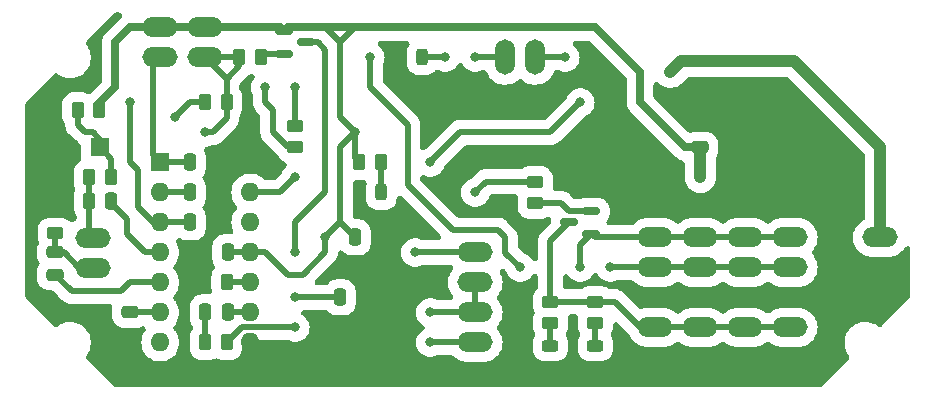
<source format=gbr>
G04 #@! TF.GenerationSoftware,KiCad,Pcbnew,7.0.2-6a45011f42~172~ubuntu22.04.1*
G04 #@! TF.CreationDate,2023-04-28T22:36:36-05:00*
G04 #@! TF.ProjectId,laser,6c617365-722e-46b6-9963-61645f706362,rev?*
G04 #@! TF.SameCoordinates,PXc1c960PY791ddc0*
G04 #@! TF.FileFunction,Copper,L2,Bot*
G04 #@! TF.FilePolarity,Positive*
%FSLAX46Y46*%
G04 Gerber Fmt 4.6, Leading zero omitted, Abs format (unit mm)*
G04 Created by KiCad (PCBNEW 7.0.2-6a45011f42~172~ubuntu22.04.1) date 2023-04-28 22:36:36*
%MOMM*%
%LPD*%
G01*
G04 APERTURE LIST*
G04 Aperture macros list*
%AMRoundRect*
0 Rectangle with rounded corners*
0 $1 Rounding radius*
0 $2 $3 $4 $5 $6 $7 $8 $9 X,Y pos of 4 corners*
0 Add a 4 corners polygon primitive as box body*
4,1,4,$2,$3,$4,$5,$6,$7,$8,$9,$2,$3,0*
0 Add four circle primitives for the rounded corners*
1,1,$1+$1,$2,$3*
1,1,$1+$1,$4,$5*
1,1,$1+$1,$6,$7*
1,1,$1+$1,$8,$9*
0 Add four rect primitives between the rounded corners*
20,1,$1+$1,$2,$3,$4,$5,0*
20,1,$1+$1,$4,$5,$6,$7,0*
20,1,$1+$1,$6,$7,$8,$9,0*
20,1,$1+$1,$8,$9,$2,$3,0*%
G04 Aperture macros list end*
G04 #@! TA.AperFunction,ComponentPad*
%ADD10O,3.000000X1.700000*%
G04 #@! TD*
G04 #@! TA.AperFunction,ComponentPad*
%ADD11R,1.600000X1.600000*%
G04 #@! TD*
G04 #@! TA.AperFunction,ComponentPad*
%ADD12C,1.600000*%
G04 #@! TD*
G04 #@! TA.AperFunction,ComponentPad*
%ADD13O,1.600000X1.600000*%
G04 #@! TD*
G04 #@! TA.AperFunction,ComponentPad*
%ADD14O,1.700000X3.000000*%
G04 #@! TD*
G04 #@! TA.AperFunction,SMDPad,CuDef*
%ADD15RoundRect,0.250000X0.250000X0.475000X-0.250000X0.475000X-0.250000X-0.475000X0.250000X-0.475000X0*%
G04 #@! TD*
G04 #@! TA.AperFunction,SMDPad,CuDef*
%ADD16RoundRect,0.150000X0.587500X0.150000X-0.587500X0.150000X-0.587500X-0.150000X0.587500X-0.150000X0*%
G04 #@! TD*
G04 #@! TA.AperFunction,SMDPad,CuDef*
%ADD17RoundRect,0.250000X0.262500X0.450000X-0.262500X0.450000X-0.262500X-0.450000X0.262500X-0.450000X0*%
G04 #@! TD*
G04 #@! TA.AperFunction,SMDPad,CuDef*
%ADD18RoundRect,0.250000X-0.475000X0.250000X-0.475000X-0.250000X0.475000X-0.250000X0.475000X0.250000X0*%
G04 #@! TD*
G04 #@! TA.AperFunction,SMDPad,CuDef*
%ADD19RoundRect,0.250000X-0.250000X-0.475000X0.250000X-0.475000X0.250000X0.475000X-0.250000X0.475000X0*%
G04 #@! TD*
G04 #@! TA.AperFunction,SMDPad,CuDef*
%ADD20RoundRect,0.250000X0.450000X-0.262500X0.450000X0.262500X-0.450000X0.262500X-0.450000X-0.262500X0*%
G04 #@! TD*
G04 #@! TA.AperFunction,SMDPad,CuDef*
%ADD21RoundRect,0.150000X-0.587500X-0.150000X0.587500X-0.150000X0.587500X0.150000X-0.587500X0.150000X0*%
G04 #@! TD*
G04 #@! TA.AperFunction,SMDPad,CuDef*
%ADD22RoundRect,0.250000X-0.262500X-0.450000X0.262500X-0.450000X0.262500X0.450000X-0.262500X0.450000X0*%
G04 #@! TD*
G04 #@! TA.AperFunction,SMDPad,CuDef*
%ADD23RoundRect,0.243750X-0.243750X-0.456250X0.243750X-0.456250X0.243750X0.456250X-0.243750X0.456250X0*%
G04 #@! TD*
G04 #@! TA.AperFunction,SMDPad,CuDef*
%ADD24RoundRect,0.250000X-0.450000X0.262500X-0.450000X-0.262500X0.450000X-0.262500X0.450000X0.262500X0*%
G04 #@! TD*
G04 #@! TA.AperFunction,SMDPad,CuDef*
%ADD25RoundRect,0.243750X0.456250X-0.243750X0.456250X0.243750X-0.456250X0.243750X-0.456250X-0.243750X0*%
G04 #@! TD*
G04 #@! TA.AperFunction,SMDPad,CuDef*
%ADD26RoundRect,0.250000X0.475000X-0.250000X0.475000X0.250000X-0.475000X0.250000X-0.475000X-0.250000X0*%
G04 #@! TD*
G04 #@! TA.AperFunction,ViaPad*
%ADD27C,0.800000*%
G04 #@! TD*
G04 #@! TA.AperFunction,Conductor*
%ADD28C,0.508000*%
G04 #@! TD*
G04 #@! TA.AperFunction,Conductor*
%ADD29C,0.635000*%
G04 #@! TD*
G04 #@! TA.AperFunction,Conductor*
%ADD30C,1.016000*%
G04 #@! TD*
G04 APERTURE END LIST*
D10*
X53346690Y5080000D03*
X53346690Y2540000D03*
X5715000Y10155000D03*
X5715000Y12695000D03*
X72390000Y10160000D03*
X72390000Y12700000D03*
D11*
X6310000Y20320000D03*
D12*
X3810000Y20320000D03*
D10*
X11430000Y27940000D03*
X11430000Y30480000D03*
X15240000Y27940000D03*
X15240000Y30480000D03*
D11*
X11430000Y19050000D03*
D13*
X11430000Y16510000D03*
X11430000Y13970000D03*
X11430000Y11430000D03*
X11430000Y8890000D03*
X11430000Y6350000D03*
X11430000Y3810000D03*
X19050000Y3810000D03*
X19050000Y6350000D03*
X19050000Y8890000D03*
X19050000Y11430000D03*
X19050000Y13970000D03*
X19050000Y16510000D03*
X19050000Y19050000D03*
D10*
X64770000Y5087566D03*
X64770000Y2547566D03*
X57156690Y5080000D03*
X57156690Y2540000D03*
X53346690Y12700000D03*
X53346690Y10160000D03*
X64776690Y12700000D03*
X64776690Y10160000D03*
X38100000Y11430000D03*
X38100000Y8890000D03*
X57156690Y12700000D03*
X57156690Y10160000D03*
X38100000Y6350000D03*
X38100000Y3810000D03*
X60966690Y5080000D03*
X60966690Y2540000D03*
X60966690Y12700000D03*
X60966690Y10160000D03*
D14*
X43180000Y27940000D03*
X40640000Y27940000D03*
D15*
X17140000Y11430000D03*
X15240000Y11430000D03*
D16*
X47934190Y14920000D03*
X47934190Y13020000D03*
X46059190Y13970000D03*
D17*
X7262500Y17780000D03*
X5437500Y17780000D03*
D18*
X57150000Y27620000D03*
X57150000Y25720000D03*
D19*
X27940000Y12700000D03*
X29840000Y12700000D03*
D17*
X17065000Y3810000D03*
X15240000Y3810000D03*
D20*
X22860000Y20320000D03*
X22860000Y22145000D03*
X2540000Y13057500D03*
X2540000Y14882500D03*
D19*
X13970000Y19050000D03*
X15870000Y19050000D03*
D21*
X21922500Y28260000D03*
X21922500Y30160000D03*
X23797500Y29210000D03*
D22*
X18137500Y27940000D03*
X19962500Y27940000D03*
D19*
X13970000Y13970000D03*
X15870000Y13970000D03*
D23*
X31750000Y27940000D03*
X33625000Y27940000D03*
D19*
X26670000Y7620000D03*
X28570000Y7620000D03*
D24*
X43180000Y17422500D03*
X43180000Y15597500D03*
D25*
X44456690Y1627500D03*
X44456690Y3502500D03*
D18*
X8890000Y6350000D03*
X8890000Y4450000D03*
D23*
X28272500Y16510000D03*
X30147500Y16510000D03*
D26*
X57150000Y20320000D03*
X57150000Y22220000D03*
D19*
X13970000Y16510000D03*
X15870000Y16510000D03*
D26*
X2540000Y9530000D03*
X2540000Y11430000D03*
D15*
X17140000Y6350000D03*
X15240000Y6350000D03*
D20*
X44456690Y5437500D03*
X44456690Y7262500D03*
D17*
X6270000Y23495000D03*
X4445000Y23495000D03*
X17065000Y8890000D03*
X15240000Y8890000D03*
D20*
X48266690Y5437500D03*
X48266690Y7262500D03*
D22*
X15240000Y24130000D03*
X17065000Y24130000D03*
D15*
X7300000Y15748000D03*
X5400000Y15748000D03*
D25*
X48266690Y1627500D03*
X48266690Y3502500D03*
D17*
X30122500Y19050000D03*
X28297500Y19050000D03*
D27*
X42545000Y12700000D03*
X38100000Y24130000D03*
X64770000Y19050000D03*
X66040000Y24130000D03*
X19050000Y21590000D03*
X66040000Y16510000D03*
X62230000Y21590000D03*
X60960000Y24130000D03*
X34290000Y8890000D03*
X64770000Y21590000D03*
X62230000Y19050000D03*
X31750000Y13970000D03*
X63500000Y24130000D03*
X60960000Y16510000D03*
X63500000Y16510000D03*
X27940000Y21590000D03*
X57150000Y17780000D03*
X25400000Y12700000D03*
X20320000Y25400000D03*
X22860000Y7620000D03*
X12700000Y22860000D03*
X22860000Y25400000D03*
X22860000Y17780000D03*
X34290000Y3810000D03*
X22860000Y5080000D03*
X54610000Y26670000D03*
X22860000Y11430000D03*
X8890000Y24130000D03*
X41916690Y10160000D03*
X15240000Y21590000D03*
X46990000Y24130000D03*
X29210000Y27940000D03*
X46996690Y10160000D03*
X34290000Y19050000D03*
X34290000Y6350000D03*
X33020000Y11430000D03*
X38100000Y27940000D03*
X45720000Y27940000D03*
X49536690Y10160000D03*
X38100000Y16510000D03*
X35560000Y27940000D03*
D28*
X3175000Y20320000D02*
X3810000Y20320000D01*
X15240000Y11430000D02*
X15240000Y8890000D01*
X11430000Y27940000D02*
X10795000Y27305000D01*
X11430000Y19050000D02*
X13970000Y19050000D01*
X10795000Y19685000D02*
X11430000Y19050000D01*
X10795000Y27305000D02*
X10795000Y19685000D01*
D29*
X7620000Y29210000D02*
X8890000Y30480000D01*
X7620000Y25400000D02*
X6270000Y24050000D01*
D28*
X20955000Y21590000D02*
X22225000Y20320000D01*
D29*
X52070000Y24130000D02*
X55880000Y20320000D01*
D30*
X57150000Y20320000D02*
X57150000Y17780000D01*
D28*
X26670000Y29210000D02*
X25400000Y30480000D01*
X26670000Y13970000D02*
X25400000Y12700000D01*
X27940000Y12700000D02*
X26670000Y13970000D01*
X26670000Y22860000D02*
X27940000Y21590000D01*
X27940000Y21590000D02*
X27940000Y19407500D01*
D29*
X52070000Y26670000D02*
X52070000Y24130000D01*
X6270000Y24050000D02*
X6270000Y23495000D01*
D28*
X23495000Y9525000D02*
X22225000Y9525000D01*
X27940000Y19407500D02*
X28297500Y19050000D01*
D29*
X15240000Y30480000D02*
X21602500Y30480000D01*
D28*
X26670000Y29210000D02*
X26670000Y22860000D01*
D29*
X7620000Y25400000D02*
X7620000Y29210000D01*
X21922500Y30160000D02*
X22242500Y30480000D01*
X8890000Y30480000D02*
X11430000Y30480000D01*
X11430000Y30480000D02*
X15240000Y30480000D01*
D28*
X20320000Y11430000D02*
X19050000Y11430000D01*
X17140000Y11430000D02*
X19050000Y11430000D01*
D29*
X22242500Y30480000D02*
X48260000Y30480000D01*
X21602500Y30480000D02*
X21922500Y30160000D01*
D28*
X27940000Y21590000D02*
X26670000Y20320000D01*
X25400000Y11430000D02*
X23495000Y9525000D01*
X22225000Y9525000D02*
X20320000Y11430000D01*
X26670000Y20320000D02*
X26670000Y13970000D01*
X25400000Y12700000D02*
X25400000Y11430000D01*
X20955000Y23495000D02*
X20955000Y21590000D01*
D29*
X55880000Y20320000D02*
X57150000Y20320000D01*
D28*
X26670000Y29210000D02*
X27940000Y30480000D01*
X22225000Y20320000D02*
X22860000Y20320000D01*
D29*
X48260000Y30480000D02*
X52070000Y26670000D01*
D28*
X20320000Y24130000D02*
X20955000Y23495000D01*
X20320000Y24130000D02*
X20320000Y25400000D01*
X22860000Y7620000D02*
X26670000Y7620000D01*
X13970000Y24130000D02*
X12700000Y22860000D01*
X15240000Y24130000D02*
X13970000Y24130000D01*
X30122500Y16535000D02*
X30147500Y16510000D01*
X30122500Y19050000D02*
X30122500Y16535000D01*
X21922500Y28260000D02*
X20282500Y28260000D01*
X20282500Y28260000D02*
X19962500Y27940000D01*
X22860000Y22145000D02*
X22860000Y25400000D01*
X21590000Y16510000D02*
X22860000Y17780000D01*
X19050000Y16510000D02*
X21590000Y16510000D01*
X35560000Y3810000D02*
X38100000Y3810000D01*
X18335000Y5080000D02*
X17065000Y3810000D01*
X22860000Y5080000D02*
X18335000Y5080000D01*
X34290000Y3810000D02*
X35560000Y3810000D01*
X5400000Y15748000D02*
X5400000Y13010000D01*
X5400000Y13010000D02*
X5715000Y12695000D01*
X5400000Y15240000D02*
X5400000Y17742500D01*
X5400000Y17742500D02*
X5437500Y17780000D01*
X2540000Y11430000D02*
X3302000Y11430000D01*
X3302000Y11430000D02*
X4577000Y10155000D01*
X4577000Y10155000D02*
X5715000Y10155000D01*
X2540000Y11430000D02*
X2540000Y13057500D01*
X5339000Y9901000D02*
X6096000Y9901000D01*
D30*
X72390000Y20320000D02*
X65090000Y27620000D01*
X54610000Y26670000D02*
X55560000Y27620000D01*
X55560000Y27620000D02*
X57150000Y27620000D01*
X72390000Y12700000D02*
X72390000Y20320000D01*
X65090000Y27620000D02*
X57150000Y27620000D01*
D28*
X22860000Y11430000D02*
X22860000Y13970000D01*
X22860000Y13970000D02*
X25400000Y16510000D01*
X25400000Y22860000D02*
X25400000Y27940000D01*
X23797500Y29210000D02*
X24765000Y29210000D01*
X25400000Y16510000D02*
X25400000Y22860000D01*
X25400000Y28575000D02*
X25400000Y27940000D01*
X24765000Y29210000D02*
X25400000Y28575000D01*
X19050000Y6350000D02*
X17140000Y6350000D01*
X46996690Y10160000D02*
X46996690Y12082500D01*
X9525000Y18415000D02*
X9525000Y15240000D01*
X10795000Y13970000D02*
X11430000Y13970000D01*
X44450000Y21590000D02*
X46990000Y24130000D01*
X60966690Y12700000D02*
X64776690Y12700000D01*
X32385000Y17145000D02*
X36195000Y13335000D01*
X32385000Y22225000D02*
X32385000Y17145000D01*
X17065000Y22780000D02*
X17065000Y24130000D01*
X18137500Y27940000D02*
X18137500Y27187500D01*
X40005000Y13335000D02*
X40640000Y12700000D01*
X40646690Y11423310D02*
X40646690Y12700000D01*
X53346690Y12700000D02*
X57156690Y12700000D01*
X15240000Y21590000D02*
X15875000Y21590000D01*
X9525000Y15240000D02*
X10795000Y13970000D01*
X17065000Y26115000D02*
X15240000Y27940000D01*
X8890000Y19050000D02*
X9525000Y18415000D01*
X46996690Y12082500D02*
X47934190Y13020000D01*
X15875000Y21590000D02*
X17065000Y22780000D01*
X17065000Y24130000D02*
X17065000Y26115000D01*
X29210000Y27940000D02*
X29210000Y25400000D01*
X18137500Y27940000D02*
X15240000Y27940000D01*
X41910000Y10160000D02*
X40646690Y11423310D01*
X36830000Y21590000D02*
X44450000Y21590000D01*
X18137500Y27187500D02*
X17065000Y26115000D01*
X29210000Y25400000D02*
X32385000Y22225000D01*
X34290000Y19050000D02*
X36830000Y21590000D01*
X57156690Y12700000D02*
X60966690Y12700000D01*
X8890000Y24130000D02*
X8890000Y19050000D01*
X48254190Y12700000D02*
X53346690Y12700000D01*
X36195000Y13335000D02*
X40005000Y13335000D01*
X47934190Y13020000D02*
X48254190Y12700000D01*
X13970000Y13970000D02*
X11430000Y13970000D01*
X15240000Y3810000D02*
X15240000Y6350000D01*
X34290000Y6350000D02*
X38100000Y6350000D01*
X38100000Y6350000D02*
X38100000Y8890000D01*
X33020000Y11430000D02*
X38100000Y11430000D01*
X10160000Y11430000D02*
X8636000Y12954000D01*
X8636000Y14224000D02*
X7620000Y15240000D01*
X11430000Y11430000D02*
X10160000Y11430000D01*
X8636000Y12954000D02*
X8636000Y14224000D01*
X7620000Y15240000D02*
X7300000Y15240000D01*
X8128000Y8128000D02*
X3942000Y8128000D01*
X3942000Y8128000D02*
X2540000Y9530000D01*
X11430000Y8890000D02*
X8890000Y8890000D01*
X8890000Y8890000D02*
X8128000Y8128000D01*
X11430000Y6350000D02*
X8890000Y6350000D01*
X38100000Y27940000D02*
X40640000Y27940000D01*
X43180000Y27940000D02*
X45720000Y27940000D01*
X57156690Y10160000D02*
X53346690Y10160000D01*
X60966690Y10160000D02*
X57156690Y10160000D01*
X64776690Y10160000D02*
X60966690Y10160000D01*
X49536690Y10160000D02*
X53346690Y10160000D01*
X48266690Y7262500D02*
X44456690Y7262500D01*
X57156690Y5080000D02*
X53346690Y5080000D01*
X44456690Y12367500D02*
X46059190Y13970000D01*
X49894190Y7262500D02*
X52076690Y5080000D01*
X60974256Y5087566D02*
X60966690Y5080000D01*
X48266690Y7262500D02*
X49894190Y7262500D01*
X64770000Y5087566D02*
X60974256Y5087566D01*
X44456690Y7262500D02*
X44456690Y12367500D01*
X60966690Y5080000D02*
X57156690Y5080000D01*
X52076690Y5080000D02*
X53346690Y5080000D01*
X45362500Y15597500D02*
X43180000Y15597500D01*
X46040000Y14920000D02*
X45362500Y15597500D01*
X47934190Y14920000D02*
X46040000Y14920000D01*
X38100000Y16510000D02*
X39012500Y17422500D01*
X39012500Y17422500D02*
X43180000Y17422500D01*
X4445000Y22225000D02*
X5080000Y21590000D01*
X6310000Y20320000D02*
X6310000Y20995000D01*
X6310000Y20995000D02*
X5715000Y21590000D01*
X7262500Y17780000D02*
X7262500Y19367500D01*
X4445000Y23495000D02*
X4445000Y22225000D01*
X7262500Y19367500D02*
X6310000Y20320000D01*
X5080000Y21590000D02*
X5715000Y21590000D01*
X13970000Y16510000D02*
X11430000Y16510000D01*
X35560000Y27940000D02*
X33625000Y27940000D01*
X48266690Y3502500D02*
X48266690Y5437500D01*
X44456690Y3502500D02*
X44456690Y5437500D01*
X17065000Y8890000D02*
X19050000Y8890000D01*
G04 #@! TA.AperFunction,Conductor*
G36*
X8061528Y31730242D02*
G01*
X8143607Y31675398D01*
X8198451Y31593319D01*
X8217709Y31496500D01*
X8198451Y31399681D01*
X8143607Y31317602D01*
X8121106Y31297630D01*
X8114979Y31292813D01*
X8077139Y31249143D01*
X8064835Y31235928D01*
X6910389Y30081482D01*
X6888675Y30063114D01*
X6822140Y29993334D01*
X6817942Y29989035D01*
X6796054Y29967146D01*
X6796045Y29967137D01*
X6791800Y29962891D01*
X6787981Y29958267D01*
X6784556Y29954499D01*
X6777080Y29946076D01*
X6737195Y29904245D01*
X6723630Y29883138D01*
X6705896Y29858852D01*
X6689919Y29839501D01*
X6662220Y29788776D01*
X6653010Y29773254D01*
X6621763Y29724632D01*
X6612438Y29701338D01*
X6599618Y29674128D01*
X6587592Y29652104D01*
X6569992Y29597046D01*
X6563884Y29580055D01*
X6542406Y29526406D01*
X6537657Y29501768D01*
X6530220Y29472629D01*
X6522579Y29448727D01*
X6515720Y29391358D01*
X6512939Y29373522D01*
X6502000Y29316758D01*
X6502000Y29291671D01*
X6500211Y29261636D01*
X6497232Y29236727D01*
X6501355Y29179097D01*
X6502000Y29161046D01*
X6502000Y25967888D01*
X6482742Y25871069D01*
X6427898Y25788990D01*
X5560388Y24921481D01*
X5538677Y24903115D01*
X5537985Y24902388D01*
X5537002Y24901698D01*
X5528268Y24894308D01*
X5514877Y24884770D01*
X5514226Y24885684D01*
X5457231Y24845611D01*
X5360897Y24824058D01*
X5263648Y24841012D01*
X5235624Y24853861D01*
X5111451Y24920234D01*
X4913436Y24980300D01*
X4765273Y24994893D01*
X4765268Y24994894D01*
X4759108Y24995500D01*
X4130892Y24995500D01*
X4124732Y24994894D01*
X4124726Y24994893D01*
X3976563Y24980300D01*
X3778548Y24920234D01*
X3596049Y24822685D01*
X3436089Y24691411D01*
X3304815Y24531451D01*
X3207266Y24348952D01*
X3147200Y24150937D01*
X3133572Y24012566D01*
X3132000Y23996608D01*
X3132000Y22993392D01*
X3132606Y22987232D01*
X3132607Y22987227D01*
X3147200Y22839064D01*
X3207266Y22641049D01*
X3304815Y22458550D01*
X3330820Y22426862D01*
X3377354Y22339802D01*
X3387029Y22241568D01*
X3385398Y22225006D01*
X3385398Y22225003D01*
X3385398Y22225000D01*
X3393215Y22145634D01*
X3405758Y22018280D01*
X3466053Y21819509D01*
X3529729Y21700382D01*
X3563973Y21636316D01*
X3695748Y21475748D01*
X3726378Y21450611D01*
X3744775Y21433937D01*
X4288934Y20889778D01*
X4305609Y20871380D01*
X4330747Y20840748D01*
X4443641Y20748100D01*
X4472712Y20724242D01*
X4491317Y20708973D01*
X4564683Y20669758D01*
X4575764Y20663835D01*
X4652072Y20601210D01*
X4698606Y20514151D01*
X4709500Y20440709D01*
X4709500Y19475046D01*
X4710294Y19467998D01*
X4710295Y19467983D01*
X4722453Y19360076D01*
X4714156Y19261710D01*
X4668846Y19174007D01*
X4593423Y19110319D01*
X4590311Y19108627D01*
X4588551Y19107687D01*
X4428589Y18976411D01*
X4297315Y18816451D01*
X4199766Y18633952D01*
X4139700Y18435937D01*
X4126983Y18306815D01*
X4124500Y18281608D01*
X4124500Y17278392D01*
X4125106Y17272232D01*
X4125107Y17272227D01*
X4139700Y17124064D01*
X4199766Y16926048D01*
X4203454Y16919150D01*
X4232110Y16824685D01*
X4222434Y16726444D01*
X4203454Y16680623D01*
X4174767Y16626955D01*
X4114700Y16428937D01*
X4100865Y16288464D01*
X4099500Y16274608D01*
X4099500Y15221392D01*
X4100106Y15215232D01*
X4100107Y15215227D01*
X4114700Y15067064D01*
X4174767Y14869047D01*
X4210437Y14802314D01*
X4272315Y14686550D01*
X4288072Y14667350D01*
X4334605Y14580295D01*
X4345500Y14506850D01*
X4345500Y14331530D01*
X4326242Y14234711D01*
X4271398Y14152632D01*
X4224693Y14115813D01*
X4074884Y14024009D01*
X4074118Y14025259D01*
X4008381Y13988448D01*
X3910349Y13976850D01*
X3815341Y14003650D01*
X3755718Y14050658D01*
X3755673Y14050602D01*
X3752845Y14052923D01*
X3737821Y14064768D01*
X3736525Y14066316D01*
X3576450Y14197685D01*
X3393951Y14295234D01*
X3195936Y14355300D01*
X3047773Y14369893D01*
X3047768Y14369894D01*
X3041608Y14370500D01*
X2038392Y14370500D01*
X2032232Y14369894D01*
X2032226Y14369893D01*
X1884063Y14355300D01*
X1686048Y14295234D01*
X1503549Y14197685D01*
X1343589Y14066411D01*
X1212315Y13906451D01*
X1114766Y13723952D01*
X1054700Y13525937D01*
X1040419Y13380934D01*
X1039500Y13371608D01*
X1039500Y12743392D01*
X1040106Y12737232D01*
X1040107Y12737227D01*
X1054700Y12589064D01*
X1114767Y12391046D01*
X1120592Y12380149D01*
X1149248Y12285684D01*
X1139572Y12187444D01*
X1120592Y12141623D01*
X1089767Y12083955D01*
X1029700Y11885937D01*
X1022501Y11812840D01*
X1014500Y11731608D01*
X1014500Y11128392D01*
X1015106Y11122232D01*
X1015107Y11122227D01*
X1029700Y10974064D01*
X1089767Y10776046D01*
X1184260Y10599263D01*
X1212916Y10504798D01*
X1203240Y10406558D01*
X1184260Y10360737D01*
X1089767Y10183955D01*
X1029700Y9985937D01*
X1017029Y9857282D01*
X1014500Y9831608D01*
X1014500Y9228392D01*
X1015106Y9222232D01*
X1015107Y9222227D01*
X1029700Y9074064D01*
X1089766Y8876049D01*
X1187315Y8693550D01*
X1318589Y8533590D01*
X1377896Y8484919D01*
X1478550Y8402315D01*
X1617781Y8327894D01*
X1661048Y8304767D01*
X1814354Y8258263D01*
X1859066Y8244700D01*
X2013392Y8229500D01*
X2244416Y8229500D01*
X2341235Y8210242D01*
X2423313Y8155399D01*
X2794400Y7784311D01*
X3150939Y7427772D01*
X3167612Y7409376D01*
X3192747Y7378749D01*
X3192748Y7378748D01*
X3232982Y7345729D01*
X3232984Y7345727D01*
X3253433Y7328945D01*
X3353317Y7246973D01*
X3536508Y7149055D01*
X3674983Y7107050D01*
X3735281Y7088758D01*
X3942000Y7068398D01*
X3976049Y7071752D01*
X3981436Y7072282D01*
X4006233Y7073500D01*
X7126911Y7073500D01*
X7223730Y7054242D01*
X7305809Y6999398D01*
X7360653Y6917319D01*
X7379911Y6820500D01*
X7378693Y6795720D01*
X7364500Y6651608D01*
X7364500Y6048392D01*
X7365106Y6042232D01*
X7365107Y6042227D01*
X7379700Y5894064D01*
X7439766Y5696049D01*
X7537315Y5513550D01*
X7668589Y5353590D01*
X7769528Y5270753D01*
X7828550Y5222315D01*
X7986433Y5137924D01*
X8011048Y5124767D01*
X8133686Y5087566D01*
X8209066Y5064700D01*
X8363392Y5049500D01*
X8369593Y5049500D01*
X9410407Y5049500D01*
X9416608Y5049500D01*
X9570934Y5064700D01*
X9768954Y5124768D01*
X9836333Y5160784D01*
X9930794Y5189438D01*
X10029034Y5179764D01*
X10116094Y5133230D01*
X10178720Y5056923D01*
X10207376Y4962458D01*
X10197702Y4864218D01*
X10151168Y4777158D01*
X10147980Y4773350D01*
X10131168Y4753666D01*
X9999532Y4538858D01*
X9909547Y4321610D01*
X9903127Y4306111D01*
X9877800Y4200615D01*
X9844316Y4061145D01*
X9824551Y3810000D01*
X9844316Y3558856D01*
X9844317Y3558852D01*
X9903127Y3313889D01*
X9903128Y3313887D01*
X9999532Y3081143D01*
X10131166Y2866338D01*
X10156342Y2836861D01*
X10294776Y2674776D01*
X10404663Y2580924D01*
X10472254Y2523195D01*
X10486341Y2511164D01*
X10552555Y2470588D01*
X10701142Y2379533D01*
X10749232Y2359614D01*
X10933889Y2283127D01*
X11178852Y2224317D01*
X11430000Y2204551D01*
X11681148Y2224317D01*
X11926111Y2283127D01*
X12158859Y2379534D01*
X12373659Y2511164D01*
X12565224Y2674776D01*
X12728836Y2866341D01*
X12860466Y3081141D01*
X12956873Y3313889D01*
X13015683Y3558852D01*
X13035449Y3810000D01*
X13015683Y4061148D01*
X12956873Y4306111D01*
X12899215Y4445311D01*
X12860467Y4538858D01*
X12769253Y4687705D01*
X12728836Y4753659D01*
X12713985Y4771047D01*
X12633831Y4864895D01*
X12590448Y4915690D01*
X12542214Y5001818D01*
X12530611Y5099850D01*
X12557406Y5194859D01*
X12590449Y5244311D01*
X12728836Y5406341D01*
X12860466Y5621141D01*
X12956873Y5853889D01*
X13015683Y6098852D01*
X13035449Y6350000D01*
X13015683Y6601148D01*
X12956873Y6846111D01*
X12870663Y7054242D01*
X12860467Y7078858D01*
X12795745Y7184473D01*
X12728836Y7293659D01*
X12713065Y7312124D01*
X12619578Y7421584D01*
X12590448Y7455690D01*
X12542214Y7541818D01*
X12530611Y7639850D01*
X12557406Y7734859D01*
X12590449Y7784311D01*
X12622476Y7821810D01*
X12728836Y7946341D01*
X12860466Y8161141D01*
X12861418Y8163438D01*
X12889033Y8230108D01*
X12956873Y8393889D01*
X13015683Y8638852D01*
X13035449Y8890000D01*
X13015683Y9141148D01*
X12956873Y9386111D01*
X12896173Y9532654D01*
X12860467Y9618858D01*
X12764658Y9775203D01*
X12728836Y9833659D01*
X12725321Y9837774D01*
X12634169Y9944500D01*
X12590448Y9995690D01*
X12542214Y10081818D01*
X12530611Y10179850D01*
X12557406Y10274859D01*
X12590449Y10324311D01*
X12613033Y10350753D01*
X12728836Y10486341D01*
X12860466Y10701141D01*
X12956873Y10933889D01*
X13015683Y11178852D01*
X13035449Y11430000D01*
X13015683Y11681148D01*
X12956873Y11926111D01*
X12880316Y12110937D01*
X12860467Y12158858D01*
X12809372Y12242236D01*
X12796626Y12263036D01*
X12762460Y12355649D01*
X12766335Y12454288D01*
X12807663Y12543936D01*
X12880152Y12610945D01*
X12972767Y12645112D01*
X13071406Y12641237D01*
X13131610Y12618352D01*
X13133549Y12617316D01*
X13133550Y12617315D01*
X13316046Y12519768D01*
X13514066Y12459700D01*
X13668392Y12444500D01*
X13674593Y12444500D01*
X14265407Y12444500D01*
X14271608Y12444500D01*
X14425934Y12459700D01*
X14623954Y12519768D01*
X14806450Y12617315D01*
X14966410Y12748590D01*
X15097685Y12908550D01*
X15195232Y13091046D01*
X15199614Y13105490D01*
X15215714Y13158566D01*
X15255300Y13289066D01*
X15270500Y13443392D01*
X15270500Y14496608D01*
X15255300Y14650934D01*
X15195232Y14848954D01*
X15097685Y15031450D01*
X15058252Y15079499D01*
X15011718Y15166557D01*
X15002042Y15264798D01*
X15030698Y15359263D01*
X15058253Y15400502D01*
X15061378Y15404310D01*
X15097685Y15448550D01*
X15195232Y15631046D01*
X15255300Y15829066D01*
X15270500Y15983392D01*
X15270500Y17036608D01*
X15255300Y17190934D01*
X15215471Y17322235D01*
X15195233Y17388952D01*
X15148871Y17475688D01*
X15097685Y17571450D01*
X15082654Y17589766D01*
X15058252Y17619500D01*
X15011718Y17706560D01*
X15002042Y17804801D01*
X15030698Y17899265D01*
X15058250Y17940499D01*
X15097685Y17988550D01*
X15195232Y18171046D01*
X15255300Y18369066D01*
X15270500Y18523392D01*
X15270500Y19576608D01*
X15255300Y19730934D01*
X15214916Y19864064D01*
X15195233Y19928952D01*
X15148044Y20017236D01*
X15119388Y20111701D01*
X15129064Y20209941D01*
X15175598Y20297001D01*
X15251906Y20359626D01*
X15328626Y20382900D01*
X15328198Y20385192D01*
X15351243Y20389500D01*
X15569940Y20430382D01*
X15777401Y20510753D01*
X15777402Y20510754D01*
X15781409Y20512306D01*
X15850550Y20524407D01*
X15850201Y20527956D01*
X15874997Y20530399D01*
X15875000Y20530398D01*
X16081718Y20550758D01*
X16280493Y20611055D01*
X16463683Y20708973D01*
X16482288Y20724242D01*
X16624252Y20840748D01*
X16649397Y20871389D01*
X16666053Y20889767D01*
X17765234Y21988948D01*
X17783611Y22005603D01*
X17814252Y22030748D01*
X17946027Y22191317D01*
X17988788Y22271317D01*
X18043945Y22374507D01*
X18104242Y22573281D01*
X18124602Y22780000D01*
X18120718Y22819436D01*
X18119500Y22844233D01*
X18119500Y22898618D01*
X18138758Y22995437D01*
X18176929Y23059120D01*
X18205185Y23093550D01*
X18302732Y23276046D01*
X18362800Y23474066D01*
X18378000Y23628392D01*
X18378000Y24631608D01*
X18362800Y24785934D01*
X18346699Y24839013D01*
X18302733Y24983952D01*
X18296560Y24995500D01*
X18205185Y25166450D01*
X18183165Y25193282D01*
X18176926Y25200885D01*
X18130393Y25287946D01*
X18119500Y25361384D01*
X18119500Y25573417D01*
X18138758Y25670236D01*
X18193600Y25752313D01*
X18837734Y26396448D01*
X18856111Y26413103D01*
X18886752Y26438248D01*
X18923480Y26483003D01*
X18999785Y26545626D01*
X19094250Y26574282D01*
X19192490Y26564608D01*
X19238314Y26545627D01*
X19259112Y26534510D01*
X19292605Y26516607D01*
X19368912Y26453982D01*
X19415445Y26366922D01*
X19425119Y26268681D01*
X19396462Y26174216D01*
X19375237Y26141017D01*
X19294942Y26034690D01*
X19195770Y25835528D01*
X19134884Y25621537D01*
X19114356Y25400000D01*
X19134884Y25178464D01*
X19195771Y24964471D01*
X19238976Y24877705D01*
X19264893Y24782453D01*
X19265500Y24764933D01*
X19265500Y24194233D01*
X19264282Y24169436D01*
X19260398Y24130000D01*
X19261296Y24120881D01*
X19280758Y23923280D01*
X19341053Y23724510D01*
X19424168Y23569015D01*
X19438973Y23541317D01*
X19570748Y23380748D01*
X19601378Y23355611D01*
X19619775Y23338937D01*
X19826400Y23132312D01*
X19881241Y23050236D01*
X19900500Y22953418D01*
X19900500Y21654233D01*
X19899282Y21629436D01*
X19895398Y21590000D01*
X19897231Y21571387D01*
X19915758Y21383280D01*
X19976053Y21184510D01*
X20057860Y21031462D01*
X20073973Y21001317D01*
X20205748Y20840748D01*
X20236378Y20815611D01*
X20254775Y20798937D01*
X21433935Y19619777D01*
X21450607Y19601382D01*
X21469336Y19578561D01*
X21496889Y19537327D01*
X21532315Y19471050D01*
X21532316Y19471049D01*
X21663589Y19311090D01*
X21781106Y19214648D01*
X21823550Y19179815D01*
X21958491Y19107687D01*
X22005717Y19082444D01*
X22082025Y19019819D01*
X22128559Y18932759D01*
X22138235Y18834519D01*
X22109579Y18740054D01*
X22056899Y18672350D01*
X21969017Y18592236D01*
X21834944Y18414693D01*
X21735769Y18215527D01*
X21726523Y18183028D01*
X21681503Y18095176D01*
X21662080Y18073370D01*
X21227314Y17638602D01*
X21145235Y17583759D01*
X21048417Y17564500D01*
X20370803Y17564500D01*
X20273984Y17583758D01*
X20200721Y17632712D01*
X20200364Y17632293D01*
X20196830Y17635311D01*
X20191905Y17638602D01*
X20187883Y17642953D01*
X19993662Y17808834D01*
X19778857Y17940468D01*
X19546113Y18036872D01*
X19546111Y18036873D01*
X19301148Y18095683D01*
X19301144Y18095684D01*
X19050000Y18115449D01*
X18798855Y18095684D01*
X18705911Y18073370D01*
X18553889Y18036873D01*
X18553887Y18036873D01*
X18553886Y18036872D01*
X18321142Y17940468D01*
X18106337Y17808834D01*
X17914776Y17645224D01*
X17751166Y17453663D01*
X17619532Y17238858D01*
X17527867Y17017554D01*
X17523127Y17006111D01*
X17503906Y16926048D01*
X17464316Y16761145D01*
X17444551Y16510000D01*
X17464316Y16258856D01*
X17464317Y16258852D01*
X17523127Y16013889D01*
X17526689Y16005290D01*
X17619532Y15781143D01*
X17685348Y15673742D01*
X17751164Y15566341D01*
X17751166Y15566339D01*
X17889551Y15404310D01*
X17937785Y15318181D01*
X17949388Y15220150D01*
X17922593Y15125140D01*
X17889551Y15075690D01*
X17751166Y14913662D01*
X17619532Y14698858D01*
X17526563Y14474406D01*
X17523127Y14466111D01*
X17497596Y14359767D01*
X17464316Y14221145D01*
X17444551Y13970000D01*
X17464316Y13718856D01*
X17464317Y13718852D01*
X17523127Y13473889D01*
X17523128Y13473887D01*
X17592951Y13305318D01*
X17612209Y13208499D01*
X17592950Y13111680D01*
X17538106Y13029601D01*
X17456027Y12974758D01*
X17359209Y12955500D01*
X16838392Y12955500D01*
X16832232Y12954894D01*
X16832226Y12954893D01*
X16684063Y12940300D01*
X16486048Y12880234D01*
X16303549Y12782685D01*
X16143589Y12651411D01*
X16012315Y12491451D01*
X15914766Y12308952D01*
X15854700Y12110937D01*
X15840647Y11968249D01*
X15839500Y11956608D01*
X15839500Y10903392D01*
X15840106Y10897232D01*
X15840107Y10897227D01*
X15854700Y10749064D01*
X15914766Y10551049D01*
X16012315Y10368550D01*
X16018258Y10361308D01*
X16064790Y10274248D01*
X16074464Y10176007D01*
X16045807Y10081543D01*
X16018256Y10040310D01*
X15924815Y9926451D01*
X15827266Y9743952D01*
X15767200Y9545937D01*
X15752985Y9401604D01*
X15752000Y9391608D01*
X15752000Y8388392D01*
X15752606Y8382232D01*
X15752607Y8382227D01*
X15767200Y8234064D01*
X15776945Y8201941D01*
X15786621Y8103700D01*
X15757964Y8009235D01*
X15695339Y7932928D01*
X15608280Y7886394D01*
X15534839Y7875500D01*
X14938392Y7875500D01*
X14932232Y7874894D01*
X14932226Y7874893D01*
X14784063Y7860300D01*
X14586048Y7800234D01*
X14403549Y7702685D01*
X14243589Y7571411D01*
X14112315Y7411451D01*
X14014766Y7228952D01*
X13954700Y7030937D01*
X13943510Y6917319D01*
X13939500Y6876608D01*
X13939500Y5823392D01*
X13940106Y5817232D01*
X13940107Y5817227D01*
X13954700Y5669064D01*
X14014767Y5471047D01*
X14061170Y5384235D01*
X14112315Y5288550D01*
X14128072Y5269350D01*
X14174605Y5182295D01*
X14185500Y5108846D01*
X14185499Y5041380D01*
X14166239Y4944562D01*
X14128075Y4880888D01*
X14099816Y4846454D01*
X14002266Y4663952D01*
X13942200Y4465937D01*
X13927985Y4321604D01*
X13927000Y4311608D01*
X13927000Y3308392D01*
X13927606Y3302232D01*
X13927607Y3302227D01*
X13942200Y3154064D01*
X14002266Y2956049D01*
X14099815Y2773550D01*
X14231089Y2613590D01*
X14355897Y2511164D01*
X14391050Y2482315D01*
X14541257Y2402027D01*
X14573548Y2384767D01*
X14734699Y2335884D01*
X14771566Y2324700D01*
X14925892Y2309500D01*
X14932093Y2309500D01*
X15547907Y2309500D01*
X15554108Y2309500D01*
X15708434Y2324700D01*
X15906454Y2384768D01*
X16033240Y2452538D01*
X16127698Y2481191D01*
X16225938Y2471517D01*
X16271763Y2452536D01*
X16398546Y2384768D01*
X16596566Y2324700D01*
X16750892Y2309500D01*
X16757093Y2309500D01*
X17372907Y2309500D01*
X17379108Y2309500D01*
X17533434Y2324700D01*
X17731454Y2384768D01*
X17913950Y2482315D01*
X18073910Y2613590D01*
X18205185Y2773550D01*
X18302732Y2956046D01*
X18362800Y3154066D01*
X18378000Y3308392D01*
X18378000Y3526917D01*
X18397258Y3623736D01*
X18452099Y3705812D01*
X18697685Y3951398D01*
X18779766Y4006242D01*
X18876584Y4025500D01*
X22211425Y4025500D01*
X22302819Y4008416D01*
X22322598Y4000754D01*
X22322599Y4000753D01*
X22530060Y3920382D01*
X22748757Y3879500D01*
X22971243Y3879500D01*
X23189940Y3920382D01*
X23397401Y4000753D01*
X23586562Y4117876D01*
X23750981Y4267764D01*
X23885058Y4445311D01*
X23984229Y4644472D01*
X24045115Y4858464D01*
X24065643Y5080000D01*
X24045115Y5301536D01*
X24030304Y5353590D01*
X23984229Y5515528D01*
X23961835Y5560500D01*
X23885058Y5714689D01*
X23807625Y5817227D01*
X23750982Y5892235D01*
X23748973Y5894066D01*
X23586562Y6042124D01*
X23507615Y6091006D01*
X23497296Y6097395D01*
X23425117Y6164737D01*
X23384203Y6254575D01*
X23380783Y6353232D01*
X23415378Y6445687D01*
X23482720Y6517866D01*
X23572558Y6558780D01*
X23630483Y6565500D01*
X25416951Y6565500D01*
X25513770Y6546242D01*
X25595849Y6491398D01*
X25612524Y6473000D01*
X25673590Y6398589D01*
X25762462Y6325655D01*
X25833550Y6267315D01*
X25992911Y6182134D01*
X26016048Y6169767D01*
X26177199Y6120884D01*
X26214066Y6109700D01*
X26368392Y6094500D01*
X26374593Y6094500D01*
X26965407Y6094500D01*
X26971608Y6094500D01*
X27125934Y6109700D01*
X27323954Y6169768D01*
X27506450Y6267315D01*
X27666410Y6398590D01*
X27797685Y6558550D01*
X27895232Y6741046D01*
X27955300Y6939066D01*
X27970500Y7093392D01*
X27970500Y8146608D01*
X27955300Y8300934D01*
X27924547Y8402315D01*
X27895233Y8498952D01*
X27877816Y8531536D01*
X27797685Y8681450D01*
X27742575Y8748602D01*
X27666410Y8841411D01*
X27506450Y8972685D01*
X27323951Y9070234D01*
X27125936Y9130300D01*
X26977773Y9144893D01*
X26977768Y9144894D01*
X26971608Y9145500D01*
X26368392Y9145500D01*
X26362232Y9144894D01*
X26362226Y9144893D01*
X26214063Y9130300D01*
X26016048Y9070234D01*
X25833549Y8972685D01*
X25673590Y8841412D01*
X25612524Y8767000D01*
X25536216Y8704375D01*
X25441751Y8675718D01*
X25416951Y8674500D01*
X24746583Y8674500D01*
X24649764Y8693758D01*
X24567685Y8748602D01*
X24512841Y8830681D01*
X24493583Y8927500D01*
X24512841Y9024319D01*
X24567685Y9106398D01*
X25330233Y9868946D01*
X26100234Y10638948D01*
X26118611Y10655603D01*
X26149252Y10680748D01*
X26281027Y10841317D01*
X26378945Y11024508D01*
X26439242Y11223282D01*
X26454500Y11378199D01*
X26455865Y11392064D01*
X26484515Y11486529D01*
X26547134Y11562841D01*
X26634191Y11609380D01*
X26732431Y11619062D01*
X26826898Y11590412D01*
X26903211Y11527793D01*
X26943590Y11478590D01*
X27103550Y11347315D01*
X27265611Y11260691D01*
X27286048Y11249767D01*
X27447199Y11200884D01*
X27484066Y11189700D01*
X27638392Y11174500D01*
X27644593Y11174500D01*
X28235407Y11174500D01*
X28241608Y11174500D01*
X28395934Y11189700D01*
X28593954Y11249768D01*
X28776450Y11347315D01*
X28936410Y11478590D01*
X29067685Y11638550D01*
X29165232Y11821046D01*
X29225300Y12019066D01*
X29240500Y12173392D01*
X29240500Y13226608D01*
X29225300Y13380934D01*
X29204576Y13449253D01*
X29165233Y13578952D01*
X29120776Y13662124D01*
X29067685Y13761450D01*
X29003841Y13839245D01*
X28936410Y13921411D01*
X28776450Y14052685D01*
X28593951Y14150234D01*
X28395936Y14210300D01*
X28247773Y14224893D01*
X28247768Y14224894D01*
X28241608Y14225500D01*
X28235407Y14225500D01*
X28010584Y14225500D01*
X27913765Y14244758D01*
X27831686Y14299602D01*
X27798602Y14332686D01*
X27743758Y14414765D01*
X27724500Y14511584D01*
X27724500Y17296790D01*
X27743758Y17393609D01*
X27798602Y17475688D01*
X27880681Y17530532D01*
X27977500Y17549790D01*
X27981429Y17549694D01*
X27983392Y17549500D01*
X27989287Y17549500D01*
X28605407Y17549500D01*
X28611608Y17549500D01*
X28624248Y17550745D01*
X28722489Y17541072D01*
X28809550Y17494540D01*
X28872177Y17418234D01*
X28900835Y17323770D01*
X28891162Y17225529D01*
X28891161Y17225525D01*
X28874609Y17170961D01*
X28860766Y17030407D01*
X28859500Y17017554D01*
X28859500Y16002446D01*
X28860106Y15996287D01*
X28860107Y15996279D01*
X28874609Y15849039D01*
X28934318Y15652202D01*
X29031287Y15470786D01*
X29161780Y15311781D01*
X29320785Y15181288D01*
X29320786Y15181288D01*
X29320788Y15181286D01*
X29502199Y15084320D01*
X29502201Y15084319D01*
X29654273Y15038189D01*
X29699041Y15024609D01*
X29852446Y15009500D01*
X29858648Y15009500D01*
X30436352Y15009500D01*
X30442554Y15009500D01*
X30595959Y15024609D01*
X30792801Y15084320D01*
X30974212Y15181286D01*
X31133219Y15311781D01*
X31263714Y15470788D01*
X31360680Y15652199D01*
X31420391Y15849041D01*
X31435500Y16002446D01*
X31435500Y16005953D01*
X31459316Y16101049D01*
X31518118Y16180340D01*
X31602788Y16231093D01*
X31700434Y16245582D01*
X31796193Y16221600D01*
X31866928Y16171784D01*
X35122314Y12916398D01*
X35177158Y12834319D01*
X35196416Y12737500D01*
X35177158Y12640681D01*
X35122314Y12558602D01*
X35040235Y12503758D01*
X34943416Y12484500D01*
X33668575Y12484500D01*
X33577181Y12501584D01*
X33530245Y12519767D01*
X33349940Y12589618D01*
X33349939Y12589619D01*
X33349937Y12589619D01*
X33131243Y12630500D01*
X32908757Y12630500D01*
X32690062Y12589619D01*
X32482596Y12509246D01*
X32293437Y12392124D01*
X32129017Y12242235D01*
X31994944Y12064693D01*
X31895770Y11865528D01*
X31834884Y11651537D01*
X31814356Y11430000D01*
X31834884Y11208464D01*
X31895770Y10994473D01*
X31906843Y10972236D01*
X31994942Y10795311D01*
X31994943Y10795310D01*
X31994944Y10795308D01*
X32106393Y10647725D01*
X32129019Y10617764D01*
X32293438Y10467876D01*
X32482599Y10350753D01*
X32690060Y10270382D01*
X32908757Y10229500D01*
X33131243Y10229500D01*
X33349940Y10270382D01*
X33557401Y10350753D01*
X33557402Y10350754D01*
X33577181Y10358416D01*
X33668575Y10375500D01*
X35999386Y10375500D01*
X36096205Y10356242D01*
X36178284Y10301398D01*
X36233128Y10219319D01*
X36252386Y10122500D01*
X36233128Y10025681D01*
X36191770Y9958193D01*
X36167045Y9929242D01*
X36110588Y9863140D01*
X35974847Y9641632D01*
X35919649Y9508370D01*
X35881032Y9415140D01*
X35875425Y9401604D01*
X35814778Y9148997D01*
X35794396Y8890001D01*
X35814778Y8631004D01*
X35875425Y8378397D01*
X35875427Y8378390D01*
X35945076Y8210242D01*
X35974847Y8138369D01*
X36037551Y8036046D01*
X36110588Y7916860D01*
X36191770Y7821809D01*
X36240003Y7735681D01*
X36251606Y7637650D01*
X36224811Y7542640D01*
X36163696Y7465117D01*
X36077567Y7416883D01*
X35999386Y7404500D01*
X34938575Y7404500D01*
X34847181Y7421584D01*
X34759143Y7455690D01*
X34619940Y7509618D01*
X34619939Y7509619D01*
X34619937Y7509619D01*
X34401243Y7550500D01*
X34178757Y7550500D01*
X33960062Y7509619D01*
X33752596Y7429246D01*
X33563437Y7312124D01*
X33399017Y7162235D01*
X33264944Y6984693D01*
X33165770Y6785528D01*
X33104884Y6571537D01*
X33084356Y6350000D01*
X33104884Y6128464D01*
X33165770Y5914473D01*
X33208035Y5829594D01*
X33264942Y5715311D01*
X33264943Y5715310D01*
X33264944Y5715308D01*
X33381849Y5560500D01*
X33399019Y5537764D01*
X33563438Y5387876D01*
X33702881Y5301537D01*
X33713269Y5295105D01*
X33785447Y5227762D01*
X33826361Y5137924D01*
X33829781Y5039268D01*
X33795186Y4946812D01*
X33727843Y4874634D01*
X33713269Y4864895D01*
X33563435Y4772122D01*
X33399017Y4622235D01*
X33264944Y4444693D01*
X33165770Y4245528D01*
X33104884Y4031537D01*
X33084356Y3810000D01*
X33104884Y3588464D01*
X33165770Y3374473D01*
X33215154Y3275297D01*
X33264942Y3175311D01*
X33264943Y3175310D01*
X33264944Y3175308D01*
X33356520Y3054041D01*
X33399019Y2997764D01*
X33563438Y2847876D01*
X33752599Y2730753D01*
X33960060Y2650382D01*
X34178757Y2609500D01*
X34401243Y2609500D01*
X34619940Y2650382D01*
X34827401Y2730753D01*
X34827402Y2730754D01*
X34847181Y2738416D01*
X34938575Y2755500D01*
X35508199Y2755500D01*
X36063442Y2755500D01*
X36160261Y2736242D01*
X36242340Y2681398D01*
X36255819Y2666816D01*
X36279311Y2639311D01*
X36476860Y2470588D01*
X36613463Y2386878D01*
X36698368Y2334848D01*
X36698370Y2334848D01*
X36698372Y2334846D01*
X36938390Y2235427D01*
X37025557Y2214500D01*
X37191003Y2174779D01*
X37233999Y2171396D01*
X37385147Y2159500D01*
X37390119Y2159500D01*
X38809881Y2159500D01*
X38814853Y2159500D01*
X38980331Y2172524D01*
X39008996Y2174779D01*
X39113493Y2199868D01*
X39261610Y2235427D01*
X39501628Y2334846D01*
X39723140Y2470588D01*
X39920689Y2639311D01*
X40089412Y2836860D01*
X40225154Y3058372D01*
X40324573Y3298390D01*
X40360132Y3446507D01*
X40385221Y3551004D01*
X40390945Y3623736D01*
X40405604Y3810000D01*
X40385839Y4061145D01*
X40385221Y4068997D01*
X40324574Y4321604D01*
X40324573Y4321610D01*
X40225154Y4561628D01*
X40208656Y4588550D01*
X40147894Y4687705D01*
X40089412Y4783140D01*
X39976202Y4915692D01*
X39927969Y5001819D01*
X39916366Y5099850D01*
X39943161Y5194860D01*
X39976203Y5244310D01*
X39976204Y5244311D01*
X40089412Y5376860D01*
X40225154Y5598372D01*
X40324573Y5838390D01*
X40360132Y5986507D01*
X40385221Y6091004D01*
X40390160Y6153758D01*
X40405604Y6350000D01*
X40385839Y6601145D01*
X40385221Y6608997D01*
X40340397Y6795700D01*
X40324573Y6861610D01*
X40225154Y7101628D01*
X40221831Y7107050D01*
X40147129Y7228954D01*
X40089412Y7323140D01*
X39976202Y7455692D01*
X39927969Y7541819D01*
X39916366Y7639850D01*
X39943161Y7734860D01*
X39976203Y7784310D01*
X39989802Y7800232D01*
X40089412Y7916860D01*
X40225154Y8138372D01*
X40324573Y8378390D01*
X40370575Y8570000D01*
X40385221Y8631004D01*
X40390143Y8693550D01*
X40405604Y8890000D01*
X40385839Y9141145D01*
X40385221Y9148997D01*
X40347588Y9305743D01*
X40324573Y9401610D01*
X40225154Y9641628D01*
X40215304Y9657701D01*
X40181137Y9750314D01*
X40185012Y9848954D01*
X40226340Y9938602D01*
X40298828Y10005611D01*
X40391442Y10039779D01*
X40490082Y10035904D01*
X40579730Y9994576D01*
X40609920Y9968792D01*
X40721430Y9857282D01*
X40776274Y9775203D01*
X40785873Y9747625D01*
X40786917Y9743954D01*
X40792461Y9724472D01*
X40891632Y9525311D01*
X40891633Y9525310D01*
X40891634Y9525308D01*
X40996750Y9386111D01*
X41025709Y9347764D01*
X41190128Y9197876D01*
X41379289Y9080753D01*
X41586750Y9000382D01*
X41805447Y8959500D01*
X42027933Y8959500D01*
X42246630Y9000382D01*
X42454091Y9080753D01*
X42643252Y9197876D01*
X42807671Y9347764D01*
X42941748Y9525311D01*
X42941749Y9525314D01*
X42947291Y9532652D01*
X43021006Y9598310D01*
X43114236Y9630760D01*
X43212787Y9625062D01*
X43301656Y9582085D01*
X43367314Y9508370D01*
X43399764Y9415140D01*
X43402190Y9380186D01*
X43402190Y8507533D01*
X43382932Y8410714D01*
X43328088Y8328635D01*
X43309691Y8311961D01*
X43260279Y8271411D01*
X43129005Y8111451D01*
X43031456Y7928952D01*
X42971390Y7730937D01*
X42960464Y7620000D01*
X42956190Y7576608D01*
X42956190Y6948392D01*
X42956796Y6942232D01*
X42956797Y6942227D01*
X42971390Y6794064D01*
X43031456Y6596049D01*
X43099225Y6469264D01*
X43127881Y6374799D01*
X43118205Y6276559D01*
X43099225Y6230736D01*
X43031456Y6103952D01*
X42971390Y5905937D01*
X42964817Y5839194D01*
X42956190Y5751608D01*
X42956190Y5123392D01*
X42956796Y5117232D01*
X42956797Y5117227D01*
X42971390Y4969064D01*
X43031457Y4771046D01*
X43134051Y4579107D01*
X43162707Y4484642D01*
X43153031Y4386402D01*
X43134052Y4340582D01*
X43031009Y4147801D01*
X42971299Y3950962D01*
X42957416Y3810000D01*
X42956190Y3797554D01*
X42956190Y3207446D01*
X42956796Y3201287D01*
X42956797Y3201279D01*
X42971299Y3054039D01*
X43031008Y2857202D01*
X43127977Y2675786D01*
X43258470Y2516781D01*
X43417475Y2386288D01*
X43417476Y2386288D01*
X43417478Y2386286D01*
X43561135Y2309500D01*
X43598891Y2289319D01*
X43709832Y2255666D01*
X43795731Y2229609D01*
X43949136Y2214500D01*
X43955338Y2214500D01*
X44958042Y2214500D01*
X44964244Y2214500D01*
X45117649Y2229609D01*
X45314491Y2289320D01*
X45495902Y2386286D01*
X45654909Y2516781D01*
X45785404Y2675788D01*
X45882370Y2857199D01*
X45942081Y3054041D01*
X45957190Y3207446D01*
X45957190Y3797554D01*
X45942081Y3950959D01*
X45906275Y4068997D01*
X45882371Y4147799D01*
X45830134Y4245528D01*
X45785404Y4329212D01*
X45785402Y4329215D01*
X45779327Y4340580D01*
X45750671Y4435045D01*
X45760347Y4533286D01*
X45779328Y4579109D01*
X45784373Y4588548D01*
X45784375Y4588550D01*
X45881922Y4771046D01*
X45941990Y4969066D01*
X45957190Y5123392D01*
X45957190Y5751608D01*
X45941990Y5905934D01*
X45941988Y5905939D01*
X45939599Y5930200D01*
X45949275Y6028441D01*
X45995808Y6115500D01*
X46072116Y6178125D01*
X46166581Y6206782D01*
X46191381Y6208000D01*
X46531999Y6208000D01*
X46628818Y6188742D01*
X46710897Y6133898D01*
X46765741Y6051819D01*
X46784999Y5955000D01*
X46783781Y5930200D01*
X46781391Y5905938D01*
X46781390Y5905934D01*
X46766190Y5751608D01*
X46766190Y5123392D01*
X46766796Y5117232D01*
X46766797Y5117227D01*
X46781390Y4969064D01*
X46841457Y4771046D01*
X46944051Y4579107D01*
X46972707Y4484642D01*
X46963031Y4386402D01*
X46944052Y4340582D01*
X46841009Y4147801D01*
X46781299Y3950962D01*
X46767416Y3810000D01*
X46766190Y3797554D01*
X46766190Y3207446D01*
X46766796Y3201287D01*
X46766797Y3201279D01*
X46781299Y3054039D01*
X46841008Y2857202D01*
X46937977Y2675786D01*
X47068470Y2516781D01*
X47227475Y2386288D01*
X47227476Y2386288D01*
X47227478Y2386286D01*
X47371135Y2309500D01*
X47408891Y2289319D01*
X47519832Y2255666D01*
X47605731Y2229609D01*
X47759136Y2214500D01*
X47765338Y2214500D01*
X48768042Y2214500D01*
X48774244Y2214500D01*
X48927649Y2229609D01*
X49124491Y2289320D01*
X49305902Y2386286D01*
X49464909Y2516781D01*
X49595404Y2675788D01*
X49692370Y2857199D01*
X49752081Y3054041D01*
X49767190Y3207446D01*
X49767190Y3797554D01*
X49752081Y3950959D01*
X49716275Y4068997D01*
X49692371Y4147799D01*
X49640134Y4245528D01*
X49595404Y4329212D01*
X49595402Y4329215D01*
X49589327Y4340580D01*
X49560671Y4435045D01*
X49570347Y4533286D01*
X49589328Y4579109D01*
X49594373Y4588548D01*
X49594375Y4588550D01*
X49691922Y4771046D01*
X49751990Y4969066D01*
X49767190Y5123392D01*
X49767190Y5287417D01*
X49786448Y5384235D01*
X49841292Y5466314D01*
X49923371Y5521158D01*
X50020190Y5540416D01*
X50117009Y5521158D01*
X50199088Y5466314D01*
X51104284Y4561118D01*
X51159126Y4479041D01*
X51197499Y4386402D01*
X51221537Y4328369D01*
X51299825Y4200615D01*
X51357278Y4106860D01*
X51526001Y3909311D01*
X51723550Y3740588D01*
X51876188Y3647052D01*
X51945058Y3604848D01*
X51945060Y3604848D01*
X51945062Y3604846D01*
X52185080Y3505427D01*
X52280947Y3482412D01*
X52437693Y3444779D01*
X52480689Y3441396D01*
X52631837Y3429500D01*
X52636809Y3429500D01*
X54056571Y3429500D01*
X54061543Y3429500D01*
X54227021Y3442524D01*
X54255686Y3444779D01*
X54360183Y3469868D01*
X54508300Y3505427D01*
X54748318Y3604846D01*
X54969830Y3740588D01*
X55087384Y3840989D01*
X55173509Y3889220D01*
X55271540Y3900823D01*
X55366549Y3874028D01*
X55415992Y3840992D01*
X55533550Y3740588D01*
X55590295Y3705815D01*
X55755058Y3604848D01*
X55755060Y3604848D01*
X55755062Y3604846D01*
X55995080Y3505427D01*
X56090947Y3482412D01*
X56247693Y3444779D01*
X56290689Y3441396D01*
X56441837Y3429500D01*
X56446809Y3429500D01*
X57866571Y3429500D01*
X57871543Y3429500D01*
X58037021Y3442524D01*
X58065686Y3444779D01*
X58170183Y3469868D01*
X58318300Y3505427D01*
X58558318Y3604846D01*
X58779830Y3740588D01*
X58897384Y3840989D01*
X58983509Y3889220D01*
X59081540Y3900823D01*
X59176549Y3874028D01*
X59225992Y3840992D01*
X59343550Y3740588D01*
X59400295Y3705815D01*
X59565058Y3604848D01*
X59565060Y3604848D01*
X59565062Y3604846D01*
X59805080Y3505427D01*
X59900947Y3482412D01*
X60057693Y3444779D01*
X60100689Y3441396D01*
X60251837Y3429500D01*
X60256809Y3429500D01*
X61676571Y3429500D01*
X61681543Y3429500D01*
X61847021Y3442524D01*
X61875686Y3444779D01*
X61980183Y3469868D01*
X62128300Y3505427D01*
X62368318Y3604846D01*
X62589830Y3740588D01*
X62708465Y3841913D01*
X62794592Y3890146D01*
X62892624Y3901749D01*
X62987633Y3874954D01*
X63037082Y3841914D01*
X63146860Y3748154D01*
X63260005Y3678819D01*
X63368368Y3612414D01*
X63368370Y3612414D01*
X63368372Y3612412D01*
X63608390Y3512993D01*
X63704257Y3489978D01*
X63861003Y3452345D01*
X63903999Y3448962D01*
X64055147Y3437066D01*
X64060119Y3437066D01*
X65479881Y3437066D01*
X65484853Y3437066D01*
X65650331Y3450090D01*
X65678996Y3452345D01*
X65783493Y3477434D01*
X65931610Y3512993D01*
X66171628Y3612412D01*
X66393140Y3748154D01*
X66590689Y3916877D01*
X66759412Y4114426D01*
X66895154Y4335938D01*
X66994573Y4575956D01*
X67041410Y4771046D01*
X67055221Y4828570D01*
X67064349Y4944562D01*
X67075604Y5087566D01*
X67055221Y5346560D01*
X67055221Y5346563D01*
X67014655Y5515528D01*
X66994573Y5599176D01*
X66895154Y5839194D01*
X66886150Y5853887D01*
X66849023Y5914473D01*
X66759412Y6060706D01*
X66590689Y6258255D01*
X66393140Y6426978D01*
X66288016Y6491398D01*
X66171631Y6562719D01*
X66078862Y6601145D01*
X65931610Y6662139D01*
X65931604Y6662141D01*
X65931603Y6662141D01*
X65678996Y6722788D01*
X65489810Y6737676D01*
X65489806Y6737677D01*
X65484853Y6738066D01*
X64055147Y6738066D01*
X64050194Y6737677D01*
X64050189Y6737676D01*
X63861003Y6722788D01*
X63608396Y6662141D01*
X63608392Y6662140D01*
X63608390Y6662139D01*
X63506410Y6619898D01*
X63368368Y6562719D01*
X63146860Y6426978D01*
X63028224Y6325654D01*
X62942095Y6277420D01*
X62844063Y6265818D01*
X62749054Y6292614D01*
X62699605Y6325655D01*
X62674885Y6346768D01*
X62589830Y6419412D01*
X62472359Y6491398D01*
X62368321Y6555153D01*
X62269596Y6596046D01*
X62128300Y6654573D01*
X62128294Y6654575D01*
X62128293Y6654575D01*
X61875686Y6715222D01*
X61686500Y6730110D01*
X61686496Y6730111D01*
X61681543Y6730500D01*
X60251837Y6730500D01*
X60246884Y6730111D01*
X60246879Y6730110D01*
X60057693Y6715222D01*
X59805086Y6654575D01*
X59805082Y6654574D01*
X59805080Y6654573D01*
X59703100Y6612332D01*
X59565058Y6555153D01*
X59343550Y6419412D01*
X59226000Y6319015D01*
X59139870Y6270780D01*
X59041839Y6259178D01*
X58946830Y6285974D01*
X58897380Y6319015D01*
X58832065Y6374799D01*
X58779830Y6419412D01*
X58662359Y6491398D01*
X58558321Y6555153D01*
X58459596Y6596046D01*
X58318300Y6654573D01*
X58318294Y6654575D01*
X58318293Y6654575D01*
X58065686Y6715222D01*
X57876500Y6730110D01*
X57876496Y6730111D01*
X57871543Y6730500D01*
X56441837Y6730500D01*
X56436884Y6730111D01*
X56436879Y6730110D01*
X56247693Y6715222D01*
X55995086Y6654575D01*
X55995082Y6654574D01*
X55995080Y6654573D01*
X55893100Y6612332D01*
X55755058Y6555153D01*
X55533550Y6419412D01*
X55416000Y6319015D01*
X55329870Y6270780D01*
X55231839Y6259178D01*
X55136830Y6285974D01*
X55087380Y6319015D01*
X55022065Y6374799D01*
X54969830Y6419412D01*
X54852359Y6491398D01*
X54748321Y6555153D01*
X54649596Y6596046D01*
X54508300Y6654573D01*
X54508294Y6654575D01*
X54508293Y6654575D01*
X54255686Y6715222D01*
X54066500Y6730110D01*
X54066496Y6730111D01*
X54061543Y6730500D01*
X52631837Y6730500D01*
X52626884Y6730111D01*
X52626879Y6730110D01*
X52437698Y6715222D01*
X52168284Y6650541D01*
X52069645Y6646666D01*
X51977031Y6680833D01*
X51930325Y6717653D01*
X50685253Y7962725D01*
X50668579Y7981122D01*
X50643442Y8011752D01*
X50482874Y8143527D01*
X50449919Y8161141D01*
X50445622Y8163438D01*
X50373589Y8201941D01*
X50299679Y8241448D01*
X50100912Y8301741D01*
X50100910Y8301742D01*
X50100908Y8301742D01*
X49894190Y8322102D01*
X49894188Y8322102D01*
X49854754Y8318218D01*
X49829957Y8317000D01*
X49498073Y8317000D01*
X49401254Y8336258D01*
X49337573Y8374427D01*
X49303140Y8402685D01*
X49149292Y8484919D01*
X49120644Y8500232D01*
X49120643Y8500233D01*
X49120640Y8500234D01*
X49094621Y8508127D01*
X49063790Y8524607D01*
X49021054Y8530442D01*
X48922626Y8560300D01*
X48774463Y8574893D01*
X48774458Y8574894D01*
X48768298Y8575500D01*
X47765082Y8575500D01*
X47758922Y8574894D01*
X47758916Y8574893D01*
X47709240Y8570000D01*
X47610756Y8560300D01*
X47610753Y8560300D01*
X47610751Y8560299D01*
X47512324Y8530442D01*
X47479770Y8527236D01*
X47438759Y8508127D01*
X47412738Y8500234D01*
X47230239Y8402685D01*
X47195807Y8374427D01*
X47108748Y8327894D01*
X47035307Y8317000D01*
X45764189Y8317000D01*
X45667370Y8336258D01*
X45585291Y8391102D01*
X45530447Y8473181D01*
X45511189Y8570000D01*
X45511189Y9380187D01*
X45530447Y9477006D01*
X45585291Y9559085D01*
X45667370Y9613929D01*
X45764189Y9633187D01*
X45861008Y9613929D01*
X45943087Y9559085D01*
X45966087Y9532654D01*
X45971631Y9525312D01*
X45971632Y9525311D01*
X46105709Y9347764D01*
X46270128Y9197876D01*
X46459289Y9080753D01*
X46666750Y9000382D01*
X46885447Y8959500D01*
X47107932Y8959500D01*
X47107933Y8959500D01*
X47318830Y8998924D01*
X47330909Y8998785D01*
X47347486Y9008462D01*
X47534091Y9080753D01*
X47723252Y9197876D01*
X47887671Y9347764D01*
X48021748Y9525311D01*
X48040214Y9562397D01*
X48100609Y9640480D01*
X48186289Y9689509D01*
X48284209Y9702017D01*
X48379462Y9676100D01*
X48457546Y9615705D01*
X48493165Y9562398D01*
X48501363Y9545934D01*
X48511633Y9525309D01*
X48617282Y9385407D01*
X48645709Y9347764D01*
X48810128Y9197876D01*
X48999289Y9080753D01*
X49185890Y9008464D01*
X49199906Y8999560D01*
X49214547Y8998925D01*
X49425447Y8959500D01*
X49425448Y8959500D01*
X49647933Y8959500D01*
X49866630Y9000382D01*
X50074091Y9080753D01*
X50074092Y9080754D01*
X50093871Y9088416D01*
X50185265Y9105500D01*
X51310132Y9105500D01*
X51406951Y9086242D01*
X51489030Y9031398D01*
X51502509Y9016816D01*
X51526001Y8989311D01*
X51723550Y8820588D01*
X51841021Y8748602D01*
X51945058Y8684848D01*
X51945060Y8684848D01*
X51945062Y8684846D01*
X52185080Y8585427D01*
X52249338Y8570000D01*
X52437693Y8524779D01*
X52480689Y8521396D01*
X52631837Y8509500D01*
X52636809Y8509500D01*
X54056571Y8509500D01*
X54061543Y8509500D01*
X54227021Y8522524D01*
X54255686Y8524779D01*
X54360183Y8549868D01*
X54508300Y8585427D01*
X54748318Y8684846D01*
X54969830Y8820588D01*
X55087384Y8920989D01*
X55173509Y8969220D01*
X55271540Y8980823D01*
X55366549Y8954028D01*
X55415992Y8920992D01*
X55533550Y8820588D01*
X55541057Y8815988D01*
X55755058Y8684848D01*
X55755060Y8684848D01*
X55755062Y8684846D01*
X55995080Y8585427D01*
X56059338Y8570000D01*
X56247693Y8524779D01*
X56290689Y8521396D01*
X56441837Y8509500D01*
X56446809Y8509500D01*
X57866571Y8509500D01*
X57871543Y8509500D01*
X58037021Y8522524D01*
X58065686Y8524779D01*
X58170183Y8549868D01*
X58318300Y8585427D01*
X58558318Y8684846D01*
X58779830Y8820588D01*
X58897384Y8920989D01*
X58983509Y8969220D01*
X59081540Y8980823D01*
X59176549Y8954028D01*
X59225992Y8920992D01*
X59343550Y8820588D01*
X59351057Y8815988D01*
X59565058Y8684848D01*
X59565060Y8684848D01*
X59565062Y8684846D01*
X59805080Y8585427D01*
X59869338Y8570000D01*
X60057693Y8524779D01*
X60100689Y8521396D01*
X60251837Y8509500D01*
X60256809Y8509500D01*
X61676571Y8509500D01*
X61681543Y8509500D01*
X61847021Y8522524D01*
X61875686Y8524779D01*
X61980183Y8549868D01*
X62128300Y8585427D01*
X62368318Y8684846D01*
X62589830Y8820588D01*
X62707384Y8920989D01*
X62793509Y8969220D01*
X62891540Y8980823D01*
X62986549Y8954028D01*
X63035992Y8920992D01*
X63153550Y8820588D01*
X63161057Y8815988D01*
X63375058Y8684848D01*
X63375060Y8684848D01*
X63375062Y8684846D01*
X63615080Y8585427D01*
X63679338Y8570000D01*
X63867693Y8524779D01*
X63910689Y8521396D01*
X64061837Y8509500D01*
X64066809Y8509500D01*
X65486571Y8509500D01*
X65491543Y8509500D01*
X65657021Y8522524D01*
X65685686Y8524779D01*
X65790183Y8549868D01*
X65938300Y8585427D01*
X66178318Y8684846D01*
X66399830Y8820588D01*
X66597379Y8989311D01*
X66766102Y9186860D01*
X66901844Y9408372D01*
X67001263Y9648390D01*
X67045250Y9831608D01*
X67061911Y9901004D01*
X67069275Y9994576D01*
X67082294Y10160000D01*
X67061911Y10418994D01*
X67061911Y10418997D01*
X67006997Y10647725D01*
X67001263Y10671610D01*
X66901844Y10911628D01*
X66766102Y11133140D01*
X66652892Y11265692D01*
X66604659Y11351819D01*
X66593056Y11449850D01*
X66619851Y11544860D01*
X66652893Y11594310D01*
X66665764Y11609380D01*
X66766102Y11726860D01*
X66901844Y11948372D01*
X67001263Y12188390D01*
X67042504Y12360170D01*
X67061911Y12441004D01*
X67065609Y12487992D01*
X67082294Y12700000D01*
X67061911Y12958994D01*
X67061911Y12958997D01*
X67013998Y13158566D01*
X67001263Y13211610D01*
X66901844Y13451628D01*
X66766102Y13673140D01*
X66597379Y13870689D01*
X66399830Y14039412D01*
X66293911Y14104319D01*
X66178321Y14175153D01*
X66127328Y14196275D01*
X65938300Y14274573D01*
X65938294Y14274575D01*
X65938293Y14274575D01*
X65685686Y14335222D01*
X65496500Y14350110D01*
X65496496Y14350111D01*
X65491543Y14350500D01*
X64061837Y14350500D01*
X64056884Y14350111D01*
X64056879Y14350110D01*
X63867693Y14335222D01*
X63615086Y14274575D01*
X63615082Y14274574D01*
X63615080Y14274573D01*
X63541879Y14244252D01*
X63375058Y14175153D01*
X63153550Y14039412D01*
X63036000Y13939015D01*
X62949870Y13890780D01*
X62851839Y13879178D01*
X62756830Y13905974D01*
X62707380Y13939015D01*
X62668448Y13972266D01*
X62589830Y14039412D01*
X62483911Y14104319D01*
X62368321Y14175153D01*
X62317328Y14196275D01*
X62128300Y14274573D01*
X62128294Y14274575D01*
X62128293Y14274575D01*
X61875686Y14335222D01*
X61686500Y14350110D01*
X61686496Y14350111D01*
X61681543Y14350500D01*
X60251837Y14350500D01*
X60246884Y14350111D01*
X60246879Y14350110D01*
X60057693Y14335222D01*
X59805086Y14274575D01*
X59805082Y14274574D01*
X59805080Y14274573D01*
X59731879Y14244252D01*
X59565058Y14175153D01*
X59343550Y14039412D01*
X59226000Y13939015D01*
X59139870Y13890780D01*
X59041839Y13879178D01*
X58946830Y13905974D01*
X58897380Y13939015D01*
X58858448Y13972266D01*
X58779830Y14039412D01*
X58673911Y14104319D01*
X58558321Y14175153D01*
X58507328Y14196275D01*
X58318300Y14274573D01*
X58318294Y14274575D01*
X58318293Y14274575D01*
X58065686Y14335222D01*
X57876500Y14350110D01*
X57876496Y14350111D01*
X57871543Y14350500D01*
X56441837Y14350500D01*
X56436884Y14350111D01*
X56436879Y14350110D01*
X56247693Y14335222D01*
X55995086Y14274575D01*
X55995082Y14274574D01*
X55995080Y14274573D01*
X55921879Y14244252D01*
X55755058Y14175153D01*
X55533550Y14039412D01*
X55416000Y13939015D01*
X55329870Y13890780D01*
X55231839Y13879178D01*
X55136830Y13905974D01*
X55087380Y13939015D01*
X55048448Y13972266D01*
X54969830Y14039412D01*
X54863911Y14104319D01*
X54748321Y14175153D01*
X54697328Y14196275D01*
X54508300Y14274573D01*
X54508294Y14274575D01*
X54508293Y14274575D01*
X54255686Y14335222D01*
X54066500Y14350110D01*
X54066496Y14350111D01*
X54061543Y14350500D01*
X52631837Y14350500D01*
X52626884Y14350111D01*
X52626879Y14350110D01*
X52437693Y14335222D01*
X52185086Y14274575D01*
X52185082Y14274574D01*
X52185080Y14274573D01*
X52111879Y14244252D01*
X51945058Y14175153D01*
X51731058Y14044013D01*
X51723550Y14039412D01*
X51526001Y13870689D01*
X51504549Y13845571D01*
X51502515Y13843190D01*
X51424992Y13782075D01*
X51329982Y13755280D01*
X51310132Y13754500D01*
X49452825Y13754500D01*
X49356006Y13773758D01*
X49273927Y13828602D01*
X49219083Y13910681D01*
X49199825Y14007500D01*
X49219083Y14104319D01*
X49256743Y14167379D01*
X49319424Y14244249D01*
X49408927Y14415594D01*
X49462107Y14601448D01*
X49472190Y14714862D01*
X49472190Y15125138D01*
X49462107Y15238552D01*
X49462107Y15238554D01*
X49408927Y15424406D01*
X49353218Y15531055D01*
X49319424Y15595751D01*
X49290642Y15631049D01*
X49197261Y15745572D01*
X49047441Y15867734D01*
X48876095Y15957238D01*
X48690243Y16010418D01*
X48582408Y16020004D01*
X48582406Y16020005D01*
X48576828Y16020500D01*
X47291552Y16020500D01*
X47285974Y16020005D01*
X47285971Y16020004D01*
X47178137Y16010418D01*
X47086731Y15984262D01*
X47017131Y15974500D01*
X46581584Y15974500D01*
X46484765Y15993758D01*
X46402686Y16048602D01*
X46153563Y16297725D01*
X46136889Y16316122D01*
X46111752Y16346752D01*
X45951184Y16478527D01*
X45932458Y16488536D01*
X45916151Y16497252D01*
X45866764Y16523650D01*
X45767991Y16576447D01*
X45569222Y16636741D01*
X45569220Y16636742D01*
X45569218Y16636742D01*
X45362500Y16657102D01*
X45362498Y16657102D01*
X45323064Y16653218D01*
X45298267Y16652000D01*
X44914691Y16652000D01*
X44817872Y16671258D01*
X44735793Y16726102D01*
X44680949Y16808181D01*
X44661691Y16905000D01*
X44662909Y16929800D01*
X44665298Y16954062D01*
X44665300Y16954066D01*
X44680500Y17108392D01*
X44680500Y17736608D01*
X44665300Y17890934D01*
X44644765Y17958629D01*
X44605233Y18088952D01*
X44587181Y18122724D01*
X44507685Y18271450D01*
X44427576Y18369064D01*
X44376410Y18431411D01*
X44216450Y18562685D01*
X44033951Y18660234D01*
X43835936Y18720300D01*
X43687773Y18734893D01*
X43687768Y18734894D01*
X43681608Y18735500D01*
X42678392Y18735500D01*
X42672232Y18734894D01*
X42672226Y18734893D01*
X42524063Y18720300D01*
X42326048Y18660234D01*
X42143549Y18562685D01*
X42109117Y18534427D01*
X42022058Y18487894D01*
X41948617Y18477000D01*
X39076733Y18477000D01*
X39051936Y18478218D01*
X39012500Y18482102D01*
X38960697Y18477000D01*
X38805779Y18461742D01*
X38607010Y18401447D01*
X38423816Y18303527D01*
X38263246Y18171751D01*
X38238103Y18141115D01*
X38221434Y18122724D01*
X37804972Y17706262D01*
X37722893Y17651418D01*
X37717470Y17649245D01*
X37654289Y17624768D01*
X37562599Y17589247D01*
X37562598Y17589247D01*
X37562597Y17589246D01*
X37373437Y17472124D01*
X37209017Y17322235D01*
X37074944Y17144693D01*
X36975770Y16945528D01*
X36914884Y16731537D01*
X36894356Y16510000D01*
X36914884Y16288464D01*
X36975770Y16074473D01*
X37021124Y15983392D01*
X37074942Y15875311D01*
X37074943Y15875310D01*
X37074944Y15875308D01*
X37172916Y15745571D01*
X37209019Y15697764D01*
X37373438Y15547876D01*
X37562599Y15430753D01*
X37770060Y15350382D01*
X37988757Y15309500D01*
X38211243Y15309500D01*
X38429940Y15350382D01*
X38637401Y15430753D01*
X38826562Y15547876D01*
X38990981Y15697764D01*
X39125058Y15875311D01*
X39224229Y16074472D01*
X39233476Y16106974D01*
X39278492Y16194822D01*
X39297910Y16216624D01*
X39375186Y16293900D01*
X39457268Y16348743D01*
X39554084Y16368000D01*
X41445309Y16368000D01*
X41542128Y16348742D01*
X41624207Y16293898D01*
X41679051Y16211819D01*
X41698309Y16115000D01*
X41697091Y16090200D01*
X41694701Y16065938D01*
X41694700Y16065934D01*
X41679500Y15911608D01*
X41679500Y15283392D01*
X41680106Y15277232D01*
X41680107Y15277227D01*
X41694700Y15129064D01*
X41754766Y14931049D01*
X41852315Y14748550D01*
X41983589Y14588590D01*
X42083191Y14506850D01*
X42143550Y14457315D01*
X42298969Y14374241D01*
X42326048Y14359767D01*
X42477099Y14313947D01*
X42524066Y14299700D01*
X42678392Y14284500D01*
X42684593Y14284500D01*
X43675407Y14284500D01*
X43681608Y14284500D01*
X43835934Y14299700D01*
X44033954Y14359768D01*
X44150019Y14421807D01*
X44244485Y14450464D01*
X44342726Y14440788D01*
X44429785Y14394254D01*
X44492410Y14317947D01*
X44521067Y14223482D01*
X44521296Y14176710D01*
X44521935Y14186328D01*
X44521686Y14180719D01*
X44521190Y14175138D01*
X44521190Y14169538D01*
X44521190Y14169537D01*
X44521190Y14028085D01*
X44501932Y13931266D01*
X44447088Y13849187D01*
X43756466Y13158566D01*
X43738075Y13141897D01*
X43707439Y13116754D01*
X43604282Y12991055D01*
X43575662Y12956183D01*
X43477744Y12772993D01*
X43417448Y12574221D01*
X43397087Y12367495D01*
X43400971Y12328061D01*
X43402189Y12303268D01*
X43402190Y10939815D01*
X43382932Y10842996D01*
X43328088Y10760917D01*
X43246009Y10706074D01*
X43149190Y10686815D01*
X43052371Y10706073D01*
X42970292Y10760917D01*
X42947292Y10787348D01*
X42807670Y10972237D01*
X42643252Y11122124D01*
X42454090Y11239248D01*
X42288297Y11303477D01*
X42204973Y11356410D01*
X42200794Y11360494D01*
X41775292Y11785996D01*
X41720448Y11868075D01*
X41701190Y11964894D01*
X41701190Y12328061D01*
X41701190Y12751801D01*
X41685932Y12906718D01*
X41670073Y12958997D01*
X41625636Y13105490D01*
X41606176Y13141897D01*
X41527717Y13288683D01*
X41459663Y13371608D01*
X41395942Y13449253D01*
X41328002Y13505009D01*
X41309605Y13521683D01*
X40796063Y14035225D01*
X40779389Y14053622D01*
X40768971Y14066316D01*
X40754252Y14084252D01*
X40593683Y14216027D01*
X40484152Y14274573D01*
X40479439Y14277092D01*
X40410491Y14313947D01*
X40211722Y14374241D01*
X40211720Y14374242D01*
X40211718Y14374242D01*
X40005000Y14394602D01*
X40004998Y14394602D01*
X39965564Y14390718D01*
X39940767Y14389500D01*
X36736584Y14389500D01*
X36639765Y14408758D01*
X36557686Y14463602D01*
X33513602Y17507687D01*
X33458758Y17589766D01*
X33439500Y17686585D01*
X33439500Y17722714D01*
X33458758Y17819533D01*
X33513602Y17901612D01*
X33595681Y17956456D01*
X33692500Y17975714D01*
X33783894Y17958629D01*
X33911635Y17909142D01*
X33960060Y17890382D01*
X34178757Y17849500D01*
X34401243Y17849500D01*
X34619940Y17890382D01*
X34827401Y17970753D01*
X35016562Y18087876D01*
X35180981Y18237764D01*
X35315058Y18415311D01*
X35414229Y18614472D01*
X35423475Y18646970D01*
X35468493Y18734822D01*
X35487910Y18756623D01*
X37192686Y20461398D01*
X37274766Y20516242D01*
X37371585Y20535500D01*
X44385767Y20535500D01*
X44410564Y20534282D01*
X44416511Y20533697D01*
X44450000Y20530398D01*
X44656718Y20550758D01*
X44855493Y20611055D01*
X45038683Y20708973D01*
X45057288Y20724242D01*
X45199252Y20840748D01*
X45224397Y20871389D01*
X45241053Y20889767D01*
X47285028Y22933741D01*
X47367105Y22988583D01*
X47372482Y22990738D01*
X47527401Y23050753D01*
X47716562Y23167876D01*
X47880981Y23317764D01*
X48015058Y23495311D01*
X48114229Y23694472D01*
X48175115Y23908464D01*
X48195643Y24130000D01*
X48181996Y24277276D01*
X48175115Y24351537D01*
X48114229Y24565528D01*
X48088238Y24617725D01*
X48015058Y24764689D01*
X47979846Y24811317D01*
X47880982Y24942235D01*
X47823642Y24994507D01*
X47716562Y25092124D01*
X47592012Y25169242D01*
X47527403Y25209246D01*
X47527401Y25209247D01*
X47319940Y25289618D01*
X47319939Y25289619D01*
X47319937Y25289619D01*
X47101243Y25330500D01*
X46878757Y25330500D01*
X46660062Y25289619D01*
X46452596Y25209246D01*
X46263437Y25092124D01*
X46099017Y24942235D01*
X45964944Y24764693D01*
X45865770Y24565527D01*
X45856523Y24533027D01*
X45811502Y24445175D01*
X45792080Y24423370D01*
X44087314Y22718602D01*
X44005235Y22663759D01*
X43908416Y22644500D01*
X36894233Y22644500D01*
X36869436Y22645718D01*
X36830001Y22649602D01*
X36830000Y22649602D01*
X36790565Y22645718D01*
X36623278Y22629242D01*
X36562983Y22610951D01*
X36424506Y22568945D01*
X36241318Y22471029D01*
X36221187Y22454507D01*
X36123707Y22374507D01*
X36080745Y22339250D01*
X36055607Y22308620D01*
X36038938Y22290229D01*
X33994972Y20246262D01*
X33912893Y20191419D01*
X33907470Y20189245D01*
X33876212Y20177136D01*
X33783893Y20141371D01*
X33686658Y20124353D01*
X33590310Y20145842D01*
X33509519Y20202566D01*
X33456585Y20285890D01*
X33439500Y20377286D01*
X33439500Y22160768D01*
X33440718Y22185565D01*
X33441579Y22194309D01*
X33444602Y22225000D01*
X33424242Y22431718D01*
X33382615Y22568945D01*
X33363946Y22630491D01*
X33311161Y22729244D01*
X33266027Y22813683D01*
X33228016Y22860000D01*
X33196323Y22898618D01*
X33134253Y22974252D01*
X33103620Y22999391D01*
X33085222Y23016066D01*
X30338602Y25762686D01*
X30283758Y25844765D01*
X30264500Y25941584D01*
X30264500Y27304933D01*
X30283758Y27401752D01*
X30291024Y27417705D01*
X30316819Y27469509D01*
X30334229Y27504472D01*
X30395115Y27718464D01*
X30415643Y27940000D01*
X30403487Y28071182D01*
X30395115Y28161537D01*
X30334229Y28375528D01*
X30296344Y28451610D01*
X30235058Y28574689D01*
X30165958Y28666192D01*
X30100982Y28752235D01*
X30062538Y28787281D01*
X29936562Y28902124D01*
X29919237Y28917918D01*
X29921474Y28920373D01*
X29877676Y28961234D01*
X29836760Y29051071D01*
X29833339Y29149727D01*
X29867932Y29242183D01*
X29935273Y29314363D01*
X30025110Y29355279D01*
X30083039Y29362000D01*
X32291286Y29362000D01*
X32388105Y29342742D01*
X32470184Y29287898D01*
X32525028Y29205819D01*
X32544286Y29109000D01*
X32525028Y29012181D01*
X32514412Y28989736D01*
X32508788Y28979215D01*
X32508786Y28979212D01*
X32477382Y28920459D01*
X32411818Y28797799D01*
X32352109Y28600962D01*
X32338832Y28466153D01*
X32337000Y28447554D01*
X32337000Y27432446D01*
X32337606Y27426287D01*
X32337607Y27426279D01*
X32352109Y27279039D01*
X32411818Y27082202D01*
X32508787Y26900786D01*
X32639280Y26741781D01*
X32798285Y26611288D01*
X32798286Y26611288D01*
X32798288Y26611286D01*
X32975420Y26516607D01*
X32979701Y26514319D01*
X33095320Y26479247D01*
X33176541Y26454609D01*
X33329946Y26439500D01*
X33336148Y26439500D01*
X33913852Y26439500D01*
X33920054Y26439500D01*
X34073459Y26454609D01*
X34270301Y26514320D01*
X34451712Y26611286D01*
X34610719Y26741781D01*
X34652755Y26793003D01*
X34729062Y26855626D01*
X34823527Y26884282D01*
X34848326Y26885500D01*
X34911425Y26885500D01*
X35002819Y26868416D01*
X35022598Y26860754D01*
X35022599Y26860753D01*
X35230060Y26780382D01*
X35448757Y26739500D01*
X35671243Y26739500D01*
X35889940Y26780382D01*
X36097401Y26860753D01*
X36286562Y26977876D01*
X36450981Y27127764D01*
X36585058Y27305311D01*
X36603524Y27342397D01*
X36663919Y27420480D01*
X36749599Y27469509D01*
X36847519Y27482017D01*
X36942772Y27456100D01*
X37020856Y27395705D01*
X37056476Y27342396D01*
X37074943Y27305309D01*
X37194635Y27146811D01*
X37209019Y27127764D01*
X37373438Y26977876D01*
X37562599Y26860753D01*
X37770060Y26780382D01*
X37988757Y26739500D01*
X38211243Y26739500D01*
X38429940Y26780382D01*
X38637401Y26860753D01*
X38637402Y26860754D01*
X38657181Y26868416D01*
X38748575Y26885500D01*
X38852012Y26885500D01*
X38948831Y26866242D01*
X39030910Y26811398D01*
X39085751Y26729324D01*
X39097489Y26700986D01*
X39164846Y26538371D01*
X39226202Y26438248D01*
X39300588Y26316860D01*
X39469311Y26119311D01*
X39666860Y25950588D01*
X39802218Y25867641D01*
X39888368Y25814848D01*
X39888370Y25814848D01*
X39888372Y25814846D01*
X40128390Y25715427D01*
X40224257Y25692412D01*
X40381003Y25654779D01*
X40433836Y25650622D01*
X40640000Y25634396D01*
X40866016Y25652184D01*
X40898996Y25654779D01*
X41003493Y25679868D01*
X41151610Y25715427D01*
X41391628Y25814846D01*
X41613140Y25950588D01*
X41745697Y26063803D01*
X41831816Y26112032D01*
X41929847Y26123635D01*
X42024857Y26096840D01*
X42074305Y26063801D01*
X42206860Y25950588D01*
X42342218Y25867641D01*
X42428368Y25814848D01*
X42428370Y25814848D01*
X42428372Y25814846D01*
X42668390Y25715427D01*
X42764257Y25692412D01*
X42921003Y25654779D01*
X42973836Y25650622D01*
X43180000Y25634396D01*
X43406016Y25652184D01*
X43438996Y25654779D01*
X43543493Y25679868D01*
X43691610Y25715427D01*
X43931628Y25814846D01*
X44153140Y25950588D01*
X44350689Y26119311D01*
X44519412Y26316860D01*
X44655154Y26538372D01*
X44734247Y26729321D01*
X44789089Y26811397D01*
X44871168Y26866241D01*
X44967987Y26885500D01*
X45071425Y26885500D01*
X45162819Y26868416D01*
X45182598Y26860754D01*
X45182599Y26860753D01*
X45390060Y26780382D01*
X45608757Y26739500D01*
X45831243Y26739500D01*
X46049940Y26780382D01*
X46257401Y26860753D01*
X46446562Y26977876D01*
X46610981Y27127764D01*
X46745058Y27305311D01*
X46844229Y27504472D01*
X46905115Y27718464D01*
X46925643Y27940000D01*
X46913487Y28071182D01*
X46905115Y28161537D01*
X46844229Y28375528D01*
X46806344Y28451610D01*
X46745058Y28574689D01*
X46675958Y28666192D01*
X46610982Y28752235D01*
X46572538Y28787281D01*
X46446562Y28902124D01*
X46429237Y28917918D01*
X46431474Y28920373D01*
X46387676Y28961234D01*
X46346760Y29051071D01*
X46343339Y29149727D01*
X46377932Y29242183D01*
X46445273Y29314363D01*
X46535110Y29355279D01*
X46593039Y29362000D01*
X47692114Y29362000D01*
X47788933Y29342742D01*
X47871012Y29287898D01*
X50877897Y26281013D01*
X50932741Y26198934D01*
X50951999Y26102115D01*
X50951999Y24244454D01*
X50949633Y24216118D01*
X50951928Y24119758D01*
X50952000Y24113737D01*
X50952000Y24076749D01*
X50952571Y24070762D01*
X50952815Y24065643D01*
X50953482Y24054440D01*
X50954857Y23996671D01*
X50960191Y23972151D01*
X50964824Y23942438D01*
X50967209Y23917462D01*
X50967210Y23917456D01*
X50967211Y23917455D01*
X50983494Y23861996D01*
X50987955Y23844520D01*
X51000243Y23788034D01*
X51010118Y23764973D01*
X51020293Y23736670D01*
X51027364Y23712591D01*
X51053847Y23661220D01*
X51061542Y23644889D01*
X51084292Y23591763D01*
X51098354Y23570986D01*
X51113702Y23545117D01*
X51125200Y23522814D01*
X51160923Y23477389D01*
X51171573Y23462804D01*
X51203965Y23414945D01*
X51221703Y23397207D01*
X51241676Y23374704D01*
X51257184Y23354984D01*
X51300863Y23317136D01*
X51314081Y23304829D01*
X55008515Y19610394D01*
X55026881Y19588682D01*
X55031228Y19584537D01*
X55031229Y19584536D01*
X55046047Y19570407D01*
X55096664Y19522144D01*
X55100972Y19517937D01*
X55127109Y19491800D01*
X55131753Y19487966D01*
X55135583Y19484484D01*
X55143934Y19477072D01*
X55185755Y19437196D01*
X55206856Y19423635D01*
X55231151Y19405896D01*
X55250503Y19389918D01*
X55301216Y19362227D01*
X55316750Y19353010D01*
X55335835Y19340745D01*
X55365373Y19321762D01*
X55388659Y19312440D01*
X55415880Y19299615D01*
X55437898Y19287592D01*
X55457283Y19281396D01*
X55492947Y19269995D01*
X55509939Y19263888D01*
X55563590Y19242408D01*
X55577188Y19239788D01*
X55588223Y19237660D01*
X55617369Y19230222D01*
X55641272Y19222581D01*
X55641274Y19222581D01*
X55664285Y19215225D01*
X55662880Y19210832D01*
X55712284Y19194739D01*
X55787300Y19130573D01*
X55832052Y19042584D01*
X55841500Y18974089D01*
X55841500Y17722873D01*
X55841980Y17717381D01*
X55841981Y17717370D01*
X55856456Y17551915D01*
X55915716Y17330757D01*
X56012477Y17123250D01*
X56143801Y16935701D01*
X56305700Y16773802D01*
X56493249Y16642478D01*
X56493250Y16642478D01*
X56493251Y16642477D01*
X56700757Y16545716D01*
X56921913Y16486457D01*
X57150000Y16466502D01*
X57378087Y16486457D01*
X57599243Y16545716D01*
X57806749Y16642477D01*
X57994300Y16773802D01*
X58156198Y16935700D01*
X58287523Y17123251D01*
X58384284Y17330757D01*
X58443543Y17551913D01*
X58458500Y17722873D01*
X58458500Y19339186D01*
X58477758Y19436005D01*
X58492564Y19460707D01*
X58490939Y19461575D01*
X58549111Y19570407D01*
X58600232Y19666046D01*
X58660300Y19864066D01*
X58675500Y20018392D01*
X58675500Y20621608D01*
X58660300Y20775934D01*
X58618054Y20915203D01*
X58600233Y20973952D01*
X58598738Y20976749D01*
X58502685Y21156450D01*
X58440273Y21232500D01*
X58371410Y21316411D01*
X58211450Y21447685D01*
X58028951Y21545234D01*
X57830936Y21605300D01*
X57682773Y21619893D01*
X57682768Y21619894D01*
X57676608Y21620500D01*
X57670407Y21620500D01*
X57309611Y21620500D01*
X57287561Y21621463D01*
X57150000Y21633498D01*
X57012439Y21621463D01*
X56990389Y21620500D01*
X56623392Y21620500D01*
X56617232Y21619894D01*
X56617226Y21619893D01*
X56469064Y21605300D01*
X56389158Y21581061D01*
X56290917Y21571387D01*
X56196453Y21600044D01*
X56136821Y21644270D01*
X53262102Y24518989D01*
X53207258Y24601068D01*
X53188000Y24697887D01*
X53188000Y25633899D01*
X53207258Y25730718D01*
X53262102Y25812797D01*
X53344181Y25867641D01*
X53441000Y25886899D01*
X53537819Y25867641D01*
X53619898Y25812797D01*
X53634809Y25796524D01*
X53671904Y25752315D01*
X53681217Y25741217D01*
X53856609Y25594045D01*
X54042570Y25486681D01*
X54054894Y25479566D01*
X54270043Y25401257D01*
X54495518Y25361500D01*
X54495521Y25361500D01*
X54724482Y25361500D01*
X54949956Y25401257D01*
X55104989Y25457685D01*
X55165108Y25479567D01*
X55363391Y25594045D01*
X55494854Y25704356D01*
X56027895Y26237399D01*
X56109975Y26292242D01*
X56206794Y26311500D01*
X57092873Y26311500D01*
X64443206Y26311500D01*
X64540025Y26292242D01*
X64622104Y26237398D01*
X71007398Y19852104D01*
X71062242Y19770025D01*
X71081500Y19673206D01*
X71081500Y14373911D01*
X71062242Y14277092D01*
X71007398Y14195013D01*
X70960693Y14158194D01*
X70766862Y14039414D01*
X70569311Y13870689D01*
X70400588Y13673140D01*
X70264847Y13451632D01*
X70229132Y13365407D01*
X70171640Y13226608D01*
X70165425Y13211604D01*
X70104778Y12958997D01*
X70084396Y12700001D01*
X70104778Y12441004D01*
X70165425Y12188397D01*
X70165427Y12188390D01*
X70216509Y12065068D01*
X70264847Y11948369D01*
X70339677Y11826259D01*
X70400588Y11726860D01*
X70569311Y11529311D01*
X70766860Y11360588D01*
X70919498Y11267052D01*
X70988368Y11224848D01*
X70988370Y11224848D01*
X70988372Y11224846D01*
X71228390Y11125427D01*
X71324257Y11102412D01*
X71481003Y11064779D01*
X71523999Y11061396D01*
X71675147Y11049500D01*
X71680119Y11049500D01*
X73099881Y11049500D01*
X73104853Y11049500D01*
X73270331Y11062524D01*
X73298996Y11064779D01*
X73403493Y11089868D01*
X73551610Y11125427D01*
X73791628Y11224846D01*
X74013140Y11360588D01*
X74210689Y11529311D01*
X74379412Y11726860D01*
X74460782Y11859647D01*
X74527790Y11932134D01*
X74617438Y11973463D01*
X74716078Y11977338D01*
X74808692Y11943171D01*
X74881181Y11876163D01*
X74922510Y11786515D01*
X74929500Y11727453D01*
X74929500Y7724297D01*
X74910242Y7627478D01*
X74855398Y7545399D01*
X72525495Y5215497D01*
X72443416Y5160653D01*
X72346597Y5141395D01*
X72249778Y5160653D01*
X72188855Y5196591D01*
X72108858Y5260386D01*
X71947423Y5353590D01*
X71881643Y5391568D01*
X71637416Y5487420D01*
X71381630Y5545802D01*
X71381629Y5545803D01*
X71190196Y5560148D01*
X71190186Y5560149D01*
X71185494Y5560500D01*
X71054506Y5560500D01*
X71049814Y5560149D01*
X71049803Y5560148D01*
X70858369Y5545802D01*
X70725732Y5515528D01*
X70602584Y5487420D01*
X70358357Y5391568D01*
X70358355Y5391568D01*
X70358355Y5391567D01*
X70131144Y5260388D01*
X69971694Y5133230D01*
X69929838Y5099850D01*
X69926018Y5096804D01*
X69747564Y4904477D01*
X69599771Y4687705D01*
X69492973Y4465934D01*
X69485937Y4451323D01*
X69408604Y4200615D01*
X69369500Y3941182D01*
X69369500Y3678818D01*
X69408604Y3419385D01*
X69473978Y3207446D01*
X69485938Y3168675D01*
X69599771Y2932296D01*
X69742164Y2723445D01*
X69780792Y2632601D01*
X69781715Y2533890D01*
X69744793Y2442339D01*
X69712024Y2402027D01*
X67384602Y74603D01*
X67302523Y19760D01*
X67205704Y501D01*
X7724295Y501D01*
X7627476Y19759D01*
X7545397Y74603D01*
X5217974Y2402026D01*
X5163130Y2484105D01*
X5143872Y2580924D01*
X5163130Y2677743D01*
X5187828Y2723435D01*
X5330228Y2932296D01*
X5444063Y3168677D01*
X5521396Y3419385D01*
X5560500Y3678818D01*
X5560500Y3941182D01*
X5521396Y4200615D01*
X5444063Y4451323D01*
X5361756Y4622236D01*
X5330228Y4687705D01*
X5182435Y4904477D01*
X5158420Y4930359D01*
X5003981Y5096805D01*
X4819016Y5244310D01*
X4798855Y5260388D01*
X4584344Y5384235D01*
X4571643Y5391568D01*
X4327416Y5487420D01*
X4071630Y5545802D01*
X4071629Y5545802D01*
X3880196Y5560148D01*
X3880186Y5560149D01*
X3875494Y5560500D01*
X3744506Y5560500D01*
X3739814Y5560149D01*
X3739803Y5560148D01*
X3548369Y5545802D01*
X3415732Y5515528D01*
X3292584Y5487420D01*
X3048357Y5391568D01*
X3048355Y5391568D01*
X3048355Y5391567D01*
X2821145Y5260388D01*
X2741145Y5196590D01*
X2653441Y5151282D01*
X2555075Y5142985D01*
X2461021Y5172963D01*
X2404504Y5215496D01*
X74602Y7545399D01*
X19758Y7627478D01*
X500Y7724297D01*
X500Y24025705D01*
X19758Y24122524D01*
X74599Y24204600D01*
X2404509Y26534510D01*
X2486582Y26589349D01*
X2583401Y26608607D01*
X2680220Y26589349D01*
X2741144Y26553410D01*
X2821140Y26489615D01*
X2912822Y26436683D01*
X3048357Y26358432D01*
X3292584Y26262580D01*
X3548370Y26204198D01*
X3744506Y26189500D01*
X3749227Y26189500D01*
X3870773Y26189500D01*
X3875494Y26189500D01*
X4071630Y26204198D01*
X4327416Y26262580D01*
X4571643Y26358432D01*
X4798857Y26489614D01*
X5003981Y26653195D01*
X5182433Y26845521D01*
X5330228Y27062296D01*
X5444063Y27298677D01*
X5521396Y27549385D01*
X5560500Y27808818D01*
X5560500Y28071182D01*
X5521396Y28330615D01*
X5444063Y28581323D01*
X5349784Y28777096D01*
X5330228Y28817705D01*
X5187834Y29026558D01*
X5149206Y29117402D01*
X5148283Y29216113D01*
X5185205Y29307664D01*
X5217965Y29347966D01*
X7545397Y31675398D01*
X7627477Y31730242D01*
X7724296Y31749500D01*
X7964709Y31749500D01*
X8061528Y31730242D01*
G37*
G04 #@! TD.AperFunction*
M02*

</source>
